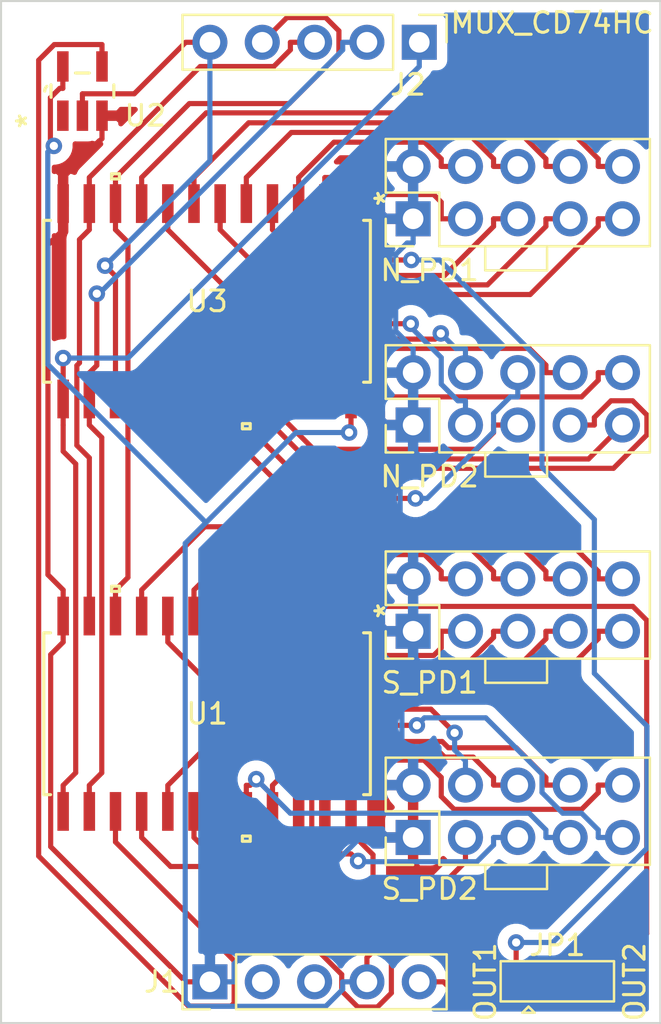
<source format=kicad_pcb>
(kicad_pcb (version 20171130) (host pcbnew "(5.1.6-0-10_14)")

  (general
    (thickness 1.6)
    (drawings 8)
    (tracks 404)
    (zones 0)
    (modules 10)
    (nets 47)
  )

  (page A4)
  (layers
    (0 F.Cu signal hide)
    (31 B.Cu signal hide)
    (32 B.Adhes user)
    (33 F.Adhes user)
    (34 B.Paste user)
    (35 F.Paste user)
    (36 B.SilkS user)
    (37 F.SilkS user)
    (38 B.Mask user)
    (39 F.Mask user)
    (40 Dwgs.User user hide)
    (41 Cmts.User user)
    (42 Eco1.User user)
    (43 Eco2.User user)
    (44 Edge.Cuts user)
    (45 Margin user)
    (46 B.CrtYd user)
    (47 F.CrtYd user)
    (48 B.Fab user)
    (49 F.Fab user hide)
  )

  (setup
    (last_trace_width 0.25)
    (trace_clearance 0.2)
    (zone_clearance 0.508)
    (zone_45_only no)
    (trace_min 0.2)
    (via_size 0.8)
    (via_drill 0.4)
    (via_min_size 0.4)
    (via_min_drill 0.3)
    (uvia_size 0.3)
    (uvia_drill 0.1)
    (uvias_allowed no)
    (uvia_min_size 0.2)
    (uvia_min_drill 0.1)
    (edge_width 0.1)
    (segment_width 0.2)
    (pcb_text_width 0.3)
    (pcb_text_size 1.5 1.5)
    (mod_edge_width 0.15)
    (mod_text_size 1 1)
    (mod_text_width 0.15)
    (pad_size 1.7 1.7)
    (pad_drill 1)
    (pad_to_mask_clearance 0)
    (aux_axis_origin 0 0)
    (visible_elements FFFFFF7F)
    (pcbplotparams
      (layerselection 0x010fc_ffffffff)
      (usegerberextensions true)
      (usegerberattributes true)
      (usegerberadvancedattributes true)
      (creategerberjobfile true)
      (excludeedgelayer true)
      (linewidth 0.100000)
      (plotframeref false)
      (viasonmask false)
      (mode 1)
      (useauxorigin false)
      (hpglpennumber 1)
      (hpglpenspeed 20)
      (hpglpendiameter 15.000000)
      (psnegative false)
      (psa4output false)
      (plotreference true)
      (plotvalue true)
      (plotinvisibletext false)
      (padsonsilk false)
      (subtractmaskfromsilk false)
      (outputformat 1)
      (mirror false)
      (drillshape 0)
      (scaleselection 1)
      (outputdirectory ""))
  )

  (net 0 "")
  (net 1 PD_MUX_OUT)
  (net 2 VCC_LOGIC)
  (net 3 -10V)
  (net 4 +10V)
  (net 5 GND)
  (net 6 ADDRESSA3)
  (net 7 ADDRESSA2)
  (net 8 ADDRESSA1)
  (net 9 ADDRESSA0)
  (net 10 MUX_SELECT)
  (net 11 /PD_MUX_OUT1)
  (net 12 /PD_MUX_OUT2)
  (net 13 N_PD1_OUT1)
  (net 14 N_PD1_OUT2)
  (net 15 N_PD1_OUT3)
  (net 16 N_PD1_OUT4)
  (net 17 N_PD1_OUT5)
  (net 18 N_PD1_OUT6)
  (net 19 N_PD1_OUT7)
  (net 20 N_PD1_OUT8)
  (net 21 N_PD1_OUT16)
  (net 22 N_PD1_OUT15)
  (net 23 N_PD1_OUT14)
  (net 24 N_PD1_OUT13)
  (net 25 N_PD1_OUT12)
  (net 26 N_PD1_OUT10)
  (net 27 N_PD1_OUT11)
  (net 28 N_PD1_OUT9)
  (net 29 S_PD1_OUT8)
  (net 30 S_PD1_OUT7)
  (net 31 S_PD1_OUT6)
  (net 32 S_PD1_OUT5)
  (net 33 S_PD1_OUT4)
  (net 34 S_PD1_OUT3)
  (net 35 S_PD1_OUT2)
  (net 36 S_PD1_OUT1)
  (net 37 S_PD1_OUT9)
  (net 38 S_PD1_OUT11)
  (net 39 S_PD1_OUT10)
  (net 40 S_PD1_OUT12)
  (net 41 S_PD1_OUT13)
  (net 42 S_PD1_OUT14)
  (net 43 S_PD1_OUT15)
  (net 44 S_PD1_OUT16)
  (net 45 /MUX_SELECT_INV)
  (net 46 "Net-(U2-Pad1)")

  (net_class Default "This is the default net class."
    (clearance 0.2)
    (trace_width 0.25)
    (via_dia 0.8)
    (via_drill 0.4)
    (uvia_dia 0.3)
    (uvia_drill 0.1)
    (add_net +10V)
    (add_net -10V)
    (add_net /MUX_SELECT_INV)
    (add_net /PD_MUX_OUT1)
    (add_net /PD_MUX_OUT2)
    (add_net ADDRESSA0)
    (add_net ADDRESSA1)
    (add_net ADDRESSA2)
    (add_net ADDRESSA3)
    (add_net GND)
    (add_net MUX_SELECT)
    (add_net N_PD1_OUT1)
    (add_net N_PD1_OUT10)
    (add_net N_PD1_OUT11)
    (add_net N_PD1_OUT12)
    (add_net N_PD1_OUT13)
    (add_net N_PD1_OUT14)
    (add_net N_PD1_OUT15)
    (add_net N_PD1_OUT16)
    (add_net N_PD1_OUT2)
    (add_net N_PD1_OUT3)
    (add_net N_PD1_OUT4)
    (add_net N_PD1_OUT5)
    (add_net N_PD1_OUT6)
    (add_net N_PD1_OUT7)
    (add_net N_PD1_OUT8)
    (add_net N_PD1_OUT9)
    (add_net "Net-(U2-Pad1)")
    (add_net PD_MUX_OUT)
    (add_net S_PD1_OUT1)
    (add_net S_PD1_OUT10)
    (add_net S_PD1_OUT11)
    (add_net S_PD1_OUT12)
    (add_net S_PD1_OUT13)
    (add_net S_PD1_OUT14)
    (add_net S_PD1_OUT15)
    (add_net S_PD1_OUT16)
    (add_net S_PD1_OUT2)
    (add_net S_PD1_OUT3)
    (add_net S_PD1_OUT4)
    (add_net S_PD1_OUT5)
    (add_net S_PD1_OUT6)
    (add_net S_PD1_OUT7)
    (add_net S_PD1_OUT8)
    (add_net S_PD1_OUT9)
    (add_net VCC_LOGIC)
  )

  (module Pin_Headers:Pin_Header_Straight_1x05_Pitch2.54mm (layer F.Cu) (tedit 59650532) (tstamp 5F59BED9)
    (at 93.138 110 90)
    (descr "Through hole straight pin header, 1x05, 2.54mm pitch, single row")
    (tags "Through hole pin header THT 1x05 2.54mm single row")
    (path /5F5911C1)
    (fp_text reference J1 (at 0 -2.33 180) (layer F.SilkS)
      (effects (font (size 1 1) (thickness 0.15)))
    )
    (fp_text value Conn_01x05_Male (at 0 12.49 90) (layer F.Fab)
      (effects (font (size 1 1) (thickness 0.15)))
    )
    (fp_line (start 1.8 -1.8) (end -1.8 -1.8) (layer F.CrtYd) (width 0.05))
    (fp_line (start 1.8 11.95) (end 1.8 -1.8) (layer F.CrtYd) (width 0.05))
    (fp_line (start -1.8 11.95) (end 1.8 11.95) (layer F.CrtYd) (width 0.05))
    (fp_line (start -1.8 -1.8) (end -1.8 11.95) (layer F.CrtYd) (width 0.05))
    (fp_line (start -1.33 -1.33) (end 0 -1.33) (layer F.SilkS) (width 0.12))
    (fp_line (start -1.33 0) (end -1.33 -1.33) (layer F.SilkS) (width 0.12))
    (fp_line (start -1.33 1.27) (end 1.33 1.27) (layer F.SilkS) (width 0.12))
    (fp_line (start 1.33 1.27) (end 1.33 11.49) (layer F.SilkS) (width 0.12))
    (fp_line (start -1.33 1.27) (end -1.33 11.49) (layer F.SilkS) (width 0.12))
    (fp_line (start -1.33 11.49) (end 1.33 11.49) (layer F.SilkS) (width 0.12))
    (fp_line (start -1.27 -0.635) (end -0.635 -1.27) (layer F.Fab) (width 0.1))
    (fp_line (start -1.27 11.43) (end -1.27 -0.635) (layer F.Fab) (width 0.1))
    (fp_line (start 1.27 11.43) (end -1.27 11.43) (layer F.Fab) (width 0.1))
    (fp_line (start 1.27 -1.27) (end 1.27 11.43) (layer F.Fab) (width 0.1))
    (fp_line (start -0.635 -1.27) (end 1.27 -1.27) (layer F.Fab) (width 0.1))
    (fp_text user %R (at 0 5.08) (layer F.Fab)
      (effects (font (size 1 1) (thickness 0.15)))
    )
    (pad 5 thru_hole oval (at 0 10.16 90) (size 1.7 1.7) (drill 1) (layers *.Cu *.Mask)
      (net 1 PD_MUX_OUT))
    (pad 4 thru_hole oval (at 0 7.62 90) (size 1.7 1.7) (drill 1) (layers *.Cu *.Mask)
      (net 2 VCC_LOGIC))
    (pad 3 thru_hole oval (at 0 5.08 90) (size 1.7 1.7) (drill 1) (layers *.Cu *.Mask)
      (net 3 -10V))
    (pad 2 thru_hole oval (at 0 2.54 90) (size 1.7 1.7) (drill 1) (layers *.Cu *.Mask)
      (net 4 +10V))
    (pad 1 thru_hole rect (at 0 0 90) (size 1.7 1.7) (drill 1) (layers *.Cu *.Mask)
      (net 5 GND))
    (model ${KISYS3DMOD}/Pin_Headers.3dshapes/Pin_Header_Straight_1x05_Pitch2.54mm.wrl
      (at (xyz 0 0 0))
      (scale (xyz 1 1 1))
      (rotate (xyz 0 0 0))
    )
  )

  (module Pin_Headers:Pin_Header_Straight_1x05_Pitch2.54mm (layer F.Cu) (tedit 59650532) (tstamp 5F59BEF2)
    (at 103.298 64.44 270)
    (descr "Through hole straight pin header, 1x05, 2.54mm pitch, single row")
    (tags "Through hole pin header THT 1x05 2.54mm single row")
    (path /5F591C37)
    (fp_text reference J2 (at 2.06 0.548 180) (layer F.SilkS)
      (effects (font (size 1 1) (thickness 0.15)))
    )
    (fp_text value Conn_01x05_Male (at 0 12.49 90) (layer F.Fab)
      (effects (font (size 1 1) (thickness 0.15)))
    )
    (fp_line (start -0.635 -1.27) (end 1.27 -1.27) (layer F.Fab) (width 0.1))
    (fp_line (start 1.27 -1.27) (end 1.27 11.43) (layer F.Fab) (width 0.1))
    (fp_line (start 1.27 11.43) (end -1.27 11.43) (layer F.Fab) (width 0.1))
    (fp_line (start -1.27 11.43) (end -1.27 -0.635) (layer F.Fab) (width 0.1))
    (fp_line (start -1.27 -0.635) (end -0.635 -1.27) (layer F.Fab) (width 0.1))
    (fp_line (start -1.33 11.49) (end 1.33 11.49) (layer F.SilkS) (width 0.12))
    (fp_line (start -1.33 1.27) (end -1.33 11.49) (layer F.SilkS) (width 0.12))
    (fp_line (start 1.33 1.27) (end 1.33 11.49) (layer F.SilkS) (width 0.12))
    (fp_line (start -1.33 1.27) (end 1.33 1.27) (layer F.SilkS) (width 0.12))
    (fp_line (start -1.33 0) (end -1.33 -1.33) (layer F.SilkS) (width 0.12))
    (fp_line (start -1.33 -1.33) (end 0 -1.33) (layer F.SilkS) (width 0.12))
    (fp_line (start -1.8 -1.8) (end -1.8 11.95) (layer F.CrtYd) (width 0.05))
    (fp_line (start -1.8 11.95) (end 1.8 11.95) (layer F.CrtYd) (width 0.05))
    (fp_line (start 1.8 11.95) (end 1.8 -1.8) (layer F.CrtYd) (width 0.05))
    (fp_line (start 1.8 -1.8) (end -1.8 -1.8) (layer F.CrtYd) (width 0.05))
    (fp_text user %R (at 0 5.08) (layer F.Fab)
      (effects (font (size 1 1) (thickness 0.15)))
    )
    (pad 1 thru_hole rect (at 0 0 270) (size 1.7 1.7) (drill 1) (layers *.Cu *.Mask)
      (net 6 ADDRESSA3))
    (pad 2 thru_hole oval (at 0 2.54 270) (size 1.7 1.7) (drill 1) (layers *.Cu *.Mask)
      (net 7 ADDRESSA2))
    (pad 3 thru_hole oval (at 0 5.08 270) (size 1.7 1.7) (drill 1) (layers *.Cu *.Mask)
      (net 8 ADDRESSA1))
    (pad 4 thru_hole oval (at 0 7.62 270) (size 1.7 1.7) (drill 1) (layers *.Cu *.Mask)
      (net 9 ADDRESSA0))
    (pad 5 thru_hole oval (at 0 10.16 270) (size 1.7 1.7) (drill 1) (layers *.Cu *.Mask)
      (net 10 MUX_SELECT))
    (model ${KISYS3DMOD}/Pin_Headers.3dshapes/Pin_Header_Straight_1x05_Pitch2.54mm.wrl
      (at (xyz 0 0 0))
      (scale (xyz 1 1 1))
      (rotate (xyz 0 0 0))
    )
  )

  (module Jumper:SolderJumper-3_P2.0mm_Open_TrianglePad1.0x1.5mm (layer F.Cu) (tedit 5A64803D) (tstamp 5F59BF06)
    (at 110 110)
    (descr "SMD Solder Jumper, 1x1.5mm Triangular Pads, 0.3mm gap, open")
    (tags "solder jumper open")
    (path /5F84900F)
    (attr virtual)
    (fp_text reference JP1 (at 0 -1.775) (layer F.SilkS)
      (effects (font (size 1 1) (thickness 0.15)))
    )
    (fp_text value Jumper_3_Open (at 0.725 1.925) (layer F.Fab)
      (effects (font (size 1 1) (thickness 0.15)))
    )
    (fp_line (start -1.1 1.5) (end -1.4 1.2) (layer F.SilkS) (width 0.12))
    (fp_line (start -1.7 1.5) (end -1.1 1.5) (layer F.SilkS) (width 0.12))
    (fp_line (start -1.4 1.2) (end -1.7 1.5) (layer F.SilkS) (width 0.12))
    (fp_line (start -2.75 0.95) (end -2.75 -1) (layer F.SilkS) (width 0.12))
    (fp_line (start 2.75 0.95) (end -2.75 0.95) (layer F.SilkS) (width 0.12))
    (fp_line (start 2.75 -1) (end 2.75 0.95) (layer F.SilkS) (width 0.12))
    (fp_line (start -2.75 -1) (end 2.75 -1) (layer F.SilkS) (width 0.12))
    (fp_line (start -2.98 -1.27) (end 3 -1.27) (layer F.CrtYd) (width 0.05))
    (fp_line (start -2.98 -1.27) (end -2.98 1.25) (layer F.CrtYd) (width 0.05))
    (fp_line (start 3 1.25) (end 3 -1.27) (layer F.CrtYd) (width 0.05))
    (fp_line (start 3 1.25) (end -2.98 1.25) (layer F.CrtYd) (width 0.05))
    (pad "" smd rect (at 1.2 0) (size 1.5 1.5) (layers F.Mask))
    (pad "" smd rect (at -1.2 0) (size 1.5 1.5) (layers F.Mask))
    (pad 1 smd custom (at -2 0) (size 0.3 0.3) (layers F.Cu F.Mask)
      (net 11 /PD_MUX_OUT1) (zone_connect 2)
      (options (clearance outline) (anchor rect))
      (primitives
        (gr_poly (pts
           (xy -0.5 -0.75) (xy 0.5 -0.75) (xy 1 0) (xy 0.5 0.75) (xy -0.5 0.75)
) (width 0))
      ))
    (pad 2 smd custom (at 0 0) (size 0.3 0.3) (layers F.Cu)
      (net 1 PD_MUX_OUT) (zone_connect 2)
      (options (clearance outline) (anchor rect))
      (primitives
        (gr_poly (pts
           (xy -1.2 -0.75) (xy 1.2 -0.75) (xy 0.7 0) (xy 1.2 0.75) (xy -1.2 0.75)
           (xy -0.7 0)) (width 0))
      ))
    (pad 3 smd custom (at 2 0 180) (size 0.3 0.3) (layers F.Cu F.Mask)
      (net 12 /PD_MUX_OUT2) (zone_connect 2)
      (options (clearance outline) (anchor rect))
      (primitives
        (gr_poly (pts
           (xy -0.5 -0.75) (xy 0.5 -0.75) (xy 1 0) (xy 0.5 0.75) (xy -0.5 0.75)
) (width 0))
      ))
  )

  (module Ninja-qPCR:Con_2x05 (layer F.Cu) (tedit 5F583882) (tstamp 5F59BF29)
    (at 103 73 90)
    (descr "Through hole straight pin header, 2x05, 2.54mm pitch, double rows")
    (tags "Through hole pin header THT 2x05 2.54mm double row")
    (path /5F45F341)
    (fp_text reference N_PD1 (at -2.5 0.8 180) (layer F.SilkS)
      (effects (font (size 1 1) (thickness 0.15)))
    )
    (fp_text value Conn_02x05 (at 1.27 12.49 90) (layer F.Fab)
      (effects (font (size 1 1) (thickness 0.15)))
    )
    (fp_line (start 4.35 -1.8) (end -1.8 -1.8) (layer F.CrtYd) (width 0.05))
    (fp_line (start 4.35 11.95) (end 4.35 -1.8) (layer F.CrtYd) (width 0.05))
    (fp_line (start -1.8 11.95) (end 4.35 11.95) (layer F.CrtYd) (width 0.05))
    (fp_line (start -1.8 -1.8) (end -1.8 11.95) (layer F.CrtYd) (width 0.05))
    (fp_line (start -1.33 -1.33) (end 0 -1.33) (layer F.SilkS) (width 0.12))
    (fp_line (start -1.33 0) (end -1.33 -1.33) (layer F.SilkS) (width 0.12))
    (fp_line (start 1.27 -1.33) (end 3.87 -1.33) (layer F.SilkS) (width 0.12))
    (fp_line (start 1.27 1.27) (end 1.27 -1.33) (layer F.SilkS) (width 0.12))
    (fp_line (start -1.33 1.27) (end 1.27 1.27) (layer F.SilkS) (width 0.12))
    (fp_line (start 3.87 -1.33) (end 3.87 11.49) (layer F.SilkS) (width 0.12))
    (fp_line (start -1.33 1.27) (end -1.33 11.49) (layer F.SilkS) (width 0.12))
    (fp_line (start -1.33 11.49) (end 3.87 11.49) (layer F.SilkS) (width 0.12))
    (fp_line (start -1.27 0) (end 0 -1.27) (layer F.Fab) (width 0.1))
    (fp_line (start -1.27 11.43) (end -1.27 0) (layer F.Fab) (width 0.1))
    (fp_line (start 3.81 11.43) (end -1.27 11.43) (layer F.Fab) (width 0.1))
    (fp_line (start 3.81 -1.27) (end 3.81 11.43) (layer F.Fab) (width 0.1))
    (fp_line (start 0 -1.27) (end 3.81 -1.27) (layer F.Fab) (width 0.1))
    (fp_line (start -1.33 3.5) (end -2.5 3.5) (layer F.SilkS) (width 0.12))
    (fp_line (start -2.5 3.5) (end -2.5 6.5) (layer F.SilkS) (width 0.12))
    (fp_line (start -2.5 6.5) (end -1.33 6.5) (layer F.SilkS) (width 0.12))
    (fp_text user %R (at 1.27 5.08) (layer F.Fab)
      (effects (font (size 1 1) (thickness 0.15)))
    )
    (pad 10 thru_hole oval (at 2.54 10.16 90) (size 1.7 1.7) (drill 1) (layers *.Cu *.Mask)
      (net 13 N_PD1_OUT1))
    (pad 9 thru_hole oval (at 0 10.16 90) (size 1.7 1.7) (drill 1) (layers *.Cu *.Mask)
      (net 14 N_PD1_OUT2))
    (pad 8 thru_hole oval (at 2.54 7.62 90) (size 1.7 1.7) (drill 1) (layers *.Cu *.Mask)
      (net 15 N_PD1_OUT3))
    (pad 7 thru_hole oval (at 0 7.62 90) (size 1.7 1.7) (drill 1) (layers *.Cu *.Mask)
      (net 16 N_PD1_OUT4))
    (pad 6 thru_hole oval (at 2.54 5.08 90) (size 1.7 1.7) (drill 1) (layers *.Cu *.Mask)
      (net 17 N_PD1_OUT5))
    (pad 5 thru_hole oval (at 0 5.08 90) (size 1.7 1.7) (drill 1) (layers *.Cu *.Mask)
      (net 18 N_PD1_OUT6))
    (pad 4 thru_hole oval (at 2.54 2.54 90) (size 1.7 1.7) (drill 1) (layers *.Cu *.Mask)
      (net 19 N_PD1_OUT7))
    (pad 3 thru_hole oval (at 0 2.54 90) (size 1.7 1.7) (drill 1) (layers *.Cu *.Mask)
      (net 20 N_PD1_OUT8))
    (pad 2 thru_hole oval (at 2.54 0 90) (size 1.7 1.7) (drill 1) (layers *.Cu *.Mask)
      (net 5 GND))
    (pad 1 thru_hole rect (at 0 0 90) (size 1.7 1.7) (drill 1) (layers *.Cu *.Mask)
      (net 5 GND))
    (model ${KISYS3DMOD}/Pin_Headers.3dshapes/Pin_Header_Straight_2x05_Pitch2.54mm.wrl
      (at (xyz 0 0 0))
      (scale (xyz 1 1 1))
      (rotate (xyz 0 0 0))
    )
  )

  (module Ninja-qPCR:Con_2x05 (layer F.Cu) (tedit 5F583882) (tstamp 5F59BF4C)
    (at 103 83 90)
    (descr "Through hole straight pin header, 2x05, 2.54mm pitch, double rows")
    (tags "Through hole pin header THT 2x05 2.54mm double row")
    (path /5F46510A)
    (fp_text reference N_PD2 (at -2.5 0.8 180) (layer F.SilkS)
      (effects (font (size 1 1) (thickness 0.15)))
    )
    (fp_text value Conn_02x05 (at 1.27 12.49 90) (layer F.Fab)
      (effects (font (size 1 1) (thickness 0.15)))
    )
    (fp_line (start -2.5 6.5) (end -1.33 6.5) (layer F.SilkS) (width 0.12))
    (fp_line (start -2.5 3.5) (end -2.5 6.5) (layer F.SilkS) (width 0.12))
    (fp_line (start -1.33 3.5) (end -2.5 3.5) (layer F.SilkS) (width 0.12))
    (fp_line (start 0 -1.27) (end 3.81 -1.27) (layer F.Fab) (width 0.1))
    (fp_line (start 3.81 -1.27) (end 3.81 11.43) (layer F.Fab) (width 0.1))
    (fp_line (start 3.81 11.43) (end -1.27 11.43) (layer F.Fab) (width 0.1))
    (fp_line (start -1.27 11.43) (end -1.27 0) (layer F.Fab) (width 0.1))
    (fp_line (start -1.27 0) (end 0 -1.27) (layer F.Fab) (width 0.1))
    (fp_line (start -1.33 11.49) (end 3.87 11.49) (layer F.SilkS) (width 0.12))
    (fp_line (start -1.33 1.27) (end -1.33 11.49) (layer F.SilkS) (width 0.12))
    (fp_line (start 3.87 -1.33) (end 3.87 11.49) (layer F.SilkS) (width 0.12))
    (fp_line (start -1.33 1.27) (end 1.27 1.27) (layer F.SilkS) (width 0.12))
    (fp_line (start 1.27 1.27) (end 1.27 -1.33) (layer F.SilkS) (width 0.12))
    (fp_line (start 1.27 -1.33) (end 3.87 -1.33) (layer F.SilkS) (width 0.12))
    (fp_line (start -1.33 0) (end -1.33 -1.33) (layer F.SilkS) (width 0.12))
    (fp_line (start -1.33 -1.33) (end 0 -1.33) (layer F.SilkS) (width 0.12))
    (fp_line (start -1.8 -1.8) (end -1.8 11.95) (layer F.CrtYd) (width 0.05))
    (fp_line (start -1.8 11.95) (end 4.35 11.95) (layer F.CrtYd) (width 0.05))
    (fp_line (start 4.35 11.95) (end 4.35 -1.8) (layer F.CrtYd) (width 0.05))
    (fp_line (start 4.35 -1.8) (end -1.8 -1.8) (layer F.CrtYd) (width 0.05))
    (fp_text user %R (at 1.27 5.08) (layer F.Fab)
      (effects (font (size 1 1) (thickness 0.15)))
    )
    (pad 1 thru_hole rect (at 0 0 90) (size 1.7 1.7) (drill 1) (layers *.Cu *.Mask)
      (net 5 GND))
    (pad 2 thru_hole oval (at 2.54 0 90) (size 1.7 1.7) (drill 1) (layers *.Cu *.Mask)
      (net 5 GND))
    (pad 3 thru_hole oval (at 0 2.54 90) (size 1.7 1.7) (drill 1) (layers *.Cu *.Mask)
      (net 21 N_PD1_OUT16))
    (pad 4 thru_hole oval (at 2.54 2.54 90) (size 1.7 1.7) (drill 1) (layers *.Cu *.Mask)
      (net 22 N_PD1_OUT15))
    (pad 5 thru_hole oval (at 0 5.08 90) (size 1.7 1.7) (drill 1) (layers *.Cu *.Mask)
      (net 23 N_PD1_OUT14))
    (pad 6 thru_hole oval (at 2.54 5.08 90) (size 1.7 1.7) (drill 1) (layers *.Cu *.Mask)
      (net 24 N_PD1_OUT13))
    (pad 7 thru_hole oval (at 0 7.62 90) (size 1.7 1.7) (drill 1) (layers *.Cu *.Mask)
      (net 25 N_PD1_OUT12))
    (pad 8 thru_hole oval (at 2.54 7.62 90) (size 1.7 1.7) (drill 1) (layers *.Cu *.Mask)
      (net 26 N_PD1_OUT10))
    (pad 9 thru_hole oval (at 0 10.16 90) (size 1.7 1.7) (drill 1) (layers *.Cu *.Mask)
      (net 27 N_PD1_OUT11))
    (pad 10 thru_hole oval (at 2.54 10.16 90) (size 1.7 1.7) (drill 1) (layers *.Cu *.Mask)
      (net 28 N_PD1_OUT9))
    (model ${KISYS3DMOD}/Pin_Headers.3dshapes/Pin_Header_Straight_2x05_Pitch2.54mm.wrl
      (at (xyz 0 0 0))
      (scale (xyz 1 1 1))
      (rotate (xyz 0 0 0))
    )
  )

  (module Ninja-qPCR:Con_2x05 (layer F.Cu) (tedit 5F583882) (tstamp 5F59BF6F)
    (at 103 93 90)
    (descr "Through hole straight pin header, 2x05, 2.54mm pitch, double rows")
    (tags "Through hole pin header THT 2x05 2.54mm double row")
    (path /5F4685F1)
    (fp_text reference S_PD1 (at -2.5 0.8 180) (layer F.SilkS)
      (effects (font (size 1 1) (thickness 0.15)))
    )
    (fp_text value Conn_02x05 (at 1.27 12.49 90) (layer F.Fab)
      (effects (font (size 1 1) (thickness 0.15)))
    )
    (fp_line (start -2.5 6.5) (end -1.33 6.5) (layer F.SilkS) (width 0.12))
    (fp_line (start -2.5 3.5) (end -2.5 6.5) (layer F.SilkS) (width 0.12))
    (fp_line (start -1.33 3.5) (end -2.5 3.5) (layer F.SilkS) (width 0.12))
    (fp_line (start 0 -1.27) (end 3.81 -1.27) (layer F.Fab) (width 0.1))
    (fp_line (start 3.81 -1.27) (end 3.81 11.43) (layer F.Fab) (width 0.1))
    (fp_line (start 3.81 11.43) (end -1.27 11.43) (layer F.Fab) (width 0.1))
    (fp_line (start -1.27 11.43) (end -1.27 0) (layer F.Fab) (width 0.1))
    (fp_line (start -1.27 0) (end 0 -1.27) (layer F.Fab) (width 0.1))
    (fp_line (start -1.33 11.49) (end 3.87 11.49) (layer F.SilkS) (width 0.12))
    (fp_line (start -1.33 1.27) (end -1.33 11.49) (layer F.SilkS) (width 0.12))
    (fp_line (start 3.87 -1.33) (end 3.87 11.49) (layer F.SilkS) (width 0.12))
    (fp_line (start -1.33 1.27) (end 1.27 1.27) (layer F.SilkS) (width 0.12))
    (fp_line (start 1.27 1.27) (end 1.27 -1.33) (layer F.SilkS) (width 0.12))
    (fp_line (start 1.27 -1.33) (end 3.87 -1.33) (layer F.SilkS) (width 0.12))
    (fp_line (start -1.33 0) (end -1.33 -1.33) (layer F.SilkS) (width 0.12))
    (fp_line (start -1.33 -1.33) (end 0 -1.33) (layer F.SilkS) (width 0.12))
    (fp_line (start -1.8 -1.8) (end -1.8 11.95) (layer F.CrtYd) (width 0.05))
    (fp_line (start -1.8 11.95) (end 4.35 11.95) (layer F.CrtYd) (width 0.05))
    (fp_line (start 4.35 11.95) (end 4.35 -1.8) (layer F.CrtYd) (width 0.05))
    (fp_line (start 4.35 -1.8) (end -1.8 -1.8) (layer F.CrtYd) (width 0.05))
    (fp_text user %R (at 1.27 5.08) (layer F.Fab)
      (effects (font (size 1 1) (thickness 0.15)))
    )
    (pad 1 thru_hole rect (at 0 0 90) (size 1.7 1.7) (drill 1) (layers *.Cu *.Mask)
      (net 5 GND))
    (pad 2 thru_hole oval (at 2.54 0 90) (size 1.7 1.7) (drill 1) (layers *.Cu *.Mask)
      (net 5 GND))
    (pad 3 thru_hole oval (at 0 2.54 90) (size 1.7 1.7) (drill 1) (layers *.Cu *.Mask)
      (net 29 S_PD1_OUT8))
    (pad 4 thru_hole oval (at 2.54 2.54 90) (size 1.7 1.7) (drill 1) (layers *.Cu *.Mask)
      (net 30 S_PD1_OUT7))
    (pad 5 thru_hole oval (at 0 5.08 90) (size 1.7 1.7) (drill 1) (layers *.Cu *.Mask)
      (net 31 S_PD1_OUT6))
    (pad 6 thru_hole oval (at 2.54 5.08 90) (size 1.7 1.7) (drill 1) (layers *.Cu *.Mask)
      (net 32 S_PD1_OUT5))
    (pad 7 thru_hole oval (at 0 7.62 90) (size 1.7 1.7) (drill 1) (layers *.Cu *.Mask)
      (net 33 S_PD1_OUT4))
    (pad 8 thru_hole oval (at 2.54 7.62 90) (size 1.7 1.7) (drill 1) (layers *.Cu *.Mask)
      (net 34 S_PD1_OUT3))
    (pad 9 thru_hole oval (at 0 10.16 90) (size 1.7 1.7) (drill 1) (layers *.Cu *.Mask)
      (net 35 S_PD1_OUT2))
    (pad 10 thru_hole oval (at 2.54 10.16 90) (size 1.7 1.7) (drill 1) (layers *.Cu *.Mask)
      (net 36 S_PD1_OUT1))
    (model ${KISYS3DMOD}/Pin_Headers.3dshapes/Pin_Header_Straight_2x05_Pitch2.54mm.wrl
      (at (xyz 0 0 0))
      (scale (xyz 1 1 1))
      (rotate (xyz 0 0 0))
    )
  )

  (module Ninja-qPCR:Con_2x05 (layer F.Cu) (tedit 5F583882) (tstamp 5F59BF92)
    (at 103 103 90)
    (descr "Through hole straight pin header, 2x05, 2.54mm pitch, double rows")
    (tags "Through hole pin header THT 2x05 2.54mm double row")
    (path /5F46860B)
    (fp_text reference S_PD2 (at -2.5 0.8 180) (layer F.SilkS)
      (effects (font (size 1 1) (thickness 0.15)))
    )
    (fp_text value Conn_02x05 (at 1.27 12.49 90) (layer F.Fab)
      (effects (font (size 1 1) (thickness 0.15)))
    )
    (fp_line (start 4.35 -1.8) (end -1.8 -1.8) (layer F.CrtYd) (width 0.05))
    (fp_line (start 4.35 11.95) (end 4.35 -1.8) (layer F.CrtYd) (width 0.05))
    (fp_line (start -1.8 11.95) (end 4.35 11.95) (layer F.CrtYd) (width 0.05))
    (fp_line (start -1.8 -1.8) (end -1.8 11.95) (layer F.CrtYd) (width 0.05))
    (fp_line (start -1.33 -1.33) (end 0 -1.33) (layer F.SilkS) (width 0.12))
    (fp_line (start -1.33 0) (end -1.33 -1.33) (layer F.SilkS) (width 0.12))
    (fp_line (start 1.27 -1.33) (end 3.87 -1.33) (layer F.SilkS) (width 0.12))
    (fp_line (start 1.27 1.27) (end 1.27 -1.33) (layer F.SilkS) (width 0.12))
    (fp_line (start -1.33 1.27) (end 1.27 1.27) (layer F.SilkS) (width 0.12))
    (fp_line (start 3.87 -1.33) (end 3.87 11.49) (layer F.SilkS) (width 0.12))
    (fp_line (start -1.33 1.27) (end -1.33 11.49) (layer F.SilkS) (width 0.12))
    (fp_line (start -1.33 11.49) (end 3.87 11.49) (layer F.SilkS) (width 0.12))
    (fp_line (start -1.27 0) (end 0 -1.27) (layer F.Fab) (width 0.1))
    (fp_line (start -1.27 11.43) (end -1.27 0) (layer F.Fab) (width 0.1))
    (fp_line (start 3.81 11.43) (end -1.27 11.43) (layer F.Fab) (width 0.1))
    (fp_line (start 3.81 -1.27) (end 3.81 11.43) (layer F.Fab) (width 0.1))
    (fp_line (start 0 -1.27) (end 3.81 -1.27) (layer F.Fab) (width 0.1))
    (fp_line (start -1.33 3.5) (end -2.5 3.5) (layer F.SilkS) (width 0.12))
    (fp_line (start -2.5 3.5) (end -2.5 6.5) (layer F.SilkS) (width 0.12))
    (fp_line (start -2.5 6.5) (end -1.33 6.5) (layer F.SilkS) (width 0.12))
    (fp_text user %R (at 1.27 5.08) (layer F.Fab)
      (effects (font (size 1 1) (thickness 0.15)))
    )
    (pad 10 thru_hole oval (at 2.54 10.16 90) (size 1.7 1.7) (drill 1) (layers *.Cu *.Mask)
      (net 37 S_PD1_OUT9))
    (pad 9 thru_hole oval (at 0 10.16 90) (size 1.7 1.7) (drill 1) (layers *.Cu *.Mask)
      (net 38 S_PD1_OUT11))
    (pad 8 thru_hole oval (at 2.54 7.62 90) (size 1.7 1.7) (drill 1) (layers *.Cu *.Mask)
      (net 39 S_PD1_OUT10))
    (pad 7 thru_hole oval (at 0 7.62 90) (size 1.7 1.7) (drill 1) (layers *.Cu *.Mask)
      (net 40 S_PD1_OUT12))
    (pad 6 thru_hole oval (at 2.54 5.08 90) (size 1.7 1.7) (drill 1) (layers *.Cu *.Mask)
      (net 41 S_PD1_OUT13))
    (pad 5 thru_hole oval (at 0 5.08 90) (size 1.7 1.7) (drill 1) (layers *.Cu *.Mask)
      (net 42 S_PD1_OUT14))
    (pad 4 thru_hole oval (at 2.54 2.54 90) (size 1.7 1.7) (drill 1) (layers *.Cu *.Mask)
      (net 43 S_PD1_OUT15))
    (pad 3 thru_hole oval (at 0 2.54 90) (size 1.7 1.7) (drill 1) (layers *.Cu *.Mask)
      (net 44 S_PD1_OUT16))
    (pad 2 thru_hole oval (at 2.54 0 90) (size 1.7 1.7) (drill 1) (layers *.Cu *.Mask)
      (net 5 GND))
    (pad 1 thru_hole rect (at 0 0 90) (size 1.7 1.7) (drill 1) (layers *.Cu *.Mask)
      (net 5 GND))
    (model ${KISYS3DMOD}/Pin_Headers.3dshapes/Pin_Header_Straight_2x05_Pitch2.54mm.wrl
      (at (xyz 0 0 0))
      (scale (xyz 1 1 1))
      (rotate (xyz 0 0 0))
    )
  )

  (module Ninja-qPCR:CD74HC4067M96 (layer F.Cu) (tedit 0) (tstamp 5F59C036)
    (at 93 97 270)
    (path /5F5A16BB)
    (fp_text reference U1 (at 0 0 180) (layer F.SilkS)
      (effects (font (size 1 1) (thickness 0.15)))
    )
    (fp_text value CD74HC4067M96 (at 0 0 90) (layer F.SilkS) hide
      (effects (font (size 1 1) (thickness 0.15)))
    )
    (fp_line (start -4.0513 7.5184) (end -5.9309 7.5184) (layer F.CrtYd) (width 0.1524))
    (fp_line (start -4.0513 8.0518) (end -4.0513 7.5184) (layer F.CrtYd) (width 0.1524))
    (fp_line (start 4.0513 8.0518) (end -4.0513 8.0518) (layer F.CrtYd) (width 0.1524))
    (fp_line (start 4.0513 7.5184) (end 4.0513 8.0518) (layer F.CrtYd) (width 0.1524))
    (fp_line (start 5.9309 7.5184) (end 4.0513 7.5184) (layer F.CrtYd) (width 0.1524))
    (fp_line (start 5.9309 -7.5184) (end 5.9309 7.5184) (layer F.CrtYd) (width 0.1524))
    (fp_line (start 4.0513 -7.5184) (end 5.9309 -7.5184) (layer F.CrtYd) (width 0.1524))
    (fp_line (start 4.0513 -8.0518) (end 4.0513 -7.5184) (layer F.CrtYd) (width 0.1524))
    (fp_line (start -4.0513 -8.0518) (end 4.0513 -8.0518) (layer F.CrtYd) (width 0.1524))
    (fp_line (start -4.0513 -7.5184) (end -4.0513 -8.0518) (layer F.CrtYd) (width 0.1524))
    (fp_line (start -5.9309 -7.5184) (end -4.0513 -7.5184) (layer F.CrtYd) (width 0.1524))
    (fp_line (start -5.9309 7.5184) (end -5.9309 -7.5184) (layer F.CrtYd) (width 0.1524))
    (fp_line (start 5.9309 -2.0955) (end 6.1849 -2.0955) (layer F.SilkS) (width 0.1524))
    (fp_line (start 5.9309 -1.7145) (end 5.9309 -2.0955) (layer F.SilkS) (width 0.1524))
    (fp_line (start 6.1849 -1.7145) (end 5.9309 -1.7145) (layer F.SilkS) (width 0.1524))
    (fp_line (start 6.1849 -2.0955) (end 6.1849 -1.7145) (layer F.SilkS) (width 0.1524))
    (fp_line (start -5.9309 4.2545) (end -6.1849 4.2545) (layer F.SilkS) (width 0.1524))
    (fp_line (start -5.9309 4.6355) (end -5.9309 4.2545) (layer F.SilkS) (width 0.1524))
    (fp_line (start -6.1849 4.6355) (end -5.9309 4.6355) (layer F.SilkS) (width 0.1524))
    (fp_line (start -6.1849 4.2545) (end -6.1849 4.6355) (layer F.SilkS) (width 0.1524))
    (fp_line (start 3.9243 -7.59714) (end 3.9243 -7.9248) (layer F.SilkS) (width 0.1524))
    (fp_line (start -3.9243 7.59714) (end -3.9243 7.9248) (layer F.SilkS) (width 0.1524))
    (fp_line (start -3.7973 -7.7978) (end -3.7973 7.7978) (layer F.Fab) (width 0.1524))
    (fp_line (start 3.7973 -7.7978) (end -3.7973 -7.7978) (layer F.Fab) (width 0.1524))
    (fp_line (start 3.7973 7.7978) (end 3.7973 -7.7978) (layer F.Fab) (width 0.1524))
    (fp_line (start -3.7973 7.7978) (end 3.7973 7.7978) (layer F.Fab) (width 0.1524))
    (fp_line (start -3.9243 -7.9248) (end -3.9243 -7.59714) (layer F.SilkS) (width 0.1524))
    (fp_line (start 3.9243 -7.9248) (end -3.9243 -7.9248) (layer F.SilkS) (width 0.1524))
    (fp_line (start 3.9243 7.9248) (end 3.9243 7.59714) (layer F.SilkS) (width 0.1524))
    (fp_line (start -3.9243 7.9248) (end 3.9243 7.9248) (layer F.SilkS) (width 0.1524))
    (fp_line (start 5.3213 -7.239) (end 3.7973 -7.239) (layer F.Fab) (width 0.1524))
    (fp_line (start 5.3213 -6.731) (end 5.3213 -7.239) (layer F.Fab) (width 0.1524))
    (fp_line (start 3.7973 -6.731) (end 5.3213 -6.731) (layer F.Fab) (width 0.1524))
    (fp_line (start 3.7973 -7.239) (end 3.7973 -6.731) (layer F.Fab) (width 0.1524))
    (fp_line (start 5.3213 -5.969) (end 3.7973 -5.969) (layer F.Fab) (width 0.1524))
    (fp_line (start 5.3213 -5.461) (end 5.3213 -5.969) (layer F.Fab) (width 0.1524))
    (fp_line (start 3.7973 -5.461) (end 5.3213 -5.461) (layer F.Fab) (width 0.1524))
    (fp_line (start 3.7973 -5.969) (end 3.7973 -5.461) (layer F.Fab) (width 0.1524))
    (fp_line (start 5.3213 -4.699) (end 3.7973 -4.699) (layer F.Fab) (width 0.1524))
    (fp_line (start 5.3213 -4.191) (end 5.3213 -4.699) (layer F.Fab) (width 0.1524))
    (fp_line (start 3.7973 -4.191) (end 5.3213 -4.191) (layer F.Fab) (width 0.1524))
    (fp_line (start 3.7973 -4.699) (end 3.7973 -4.191) (layer F.Fab) (width 0.1524))
    (fp_line (start 5.3213 -3.429) (end 3.7973 -3.429) (layer F.Fab) (width 0.1524))
    (fp_line (start 5.3213 -2.921) (end 5.3213 -3.429) (layer F.Fab) (width 0.1524))
    (fp_line (start 3.7973 -2.921) (end 5.3213 -2.921) (layer F.Fab) (width 0.1524))
    (fp_line (start 3.7973 -3.429) (end 3.7973 -2.921) (layer F.Fab) (width 0.1524))
    (fp_line (start 5.3213 -2.159) (end 3.7973 -2.159) (layer F.Fab) (width 0.1524))
    (fp_line (start 5.3213 -1.651) (end 5.3213 -2.159) (layer F.Fab) (width 0.1524))
    (fp_line (start 3.7973 -1.651) (end 5.3213 -1.651) (layer F.Fab) (width 0.1524))
    (fp_line (start 3.7973 -2.159) (end 3.7973 -1.651) (layer F.Fab) (width 0.1524))
    (fp_line (start 5.3213 -0.889) (end 3.7973 -0.889) (layer F.Fab) (width 0.1524))
    (fp_line (start 5.3213 -0.381) (end 5.3213 -0.889) (layer F.Fab) (width 0.1524))
    (fp_line (start 3.7973 -0.381) (end 5.3213 -0.381) (layer F.Fab) (width 0.1524))
    (fp_line (start 3.7973 -0.889) (end 3.7973 -0.381) (layer F.Fab) (width 0.1524))
    (fp_line (start 5.3213 0.381) (end 3.7973 0.381) (layer F.Fab) (width 0.1524))
    (fp_line (start 5.3213 0.889) (end 5.3213 0.381) (layer F.Fab) (width 0.1524))
    (fp_line (start 3.7973 0.889) (end 5.3213 0.889) (layer F.Fab) (width 0.1524))
    (fp_line (start 3.7973 0.381) (end 3.7973 0.889) (layer F.Fab) (width 0.1524))
    (fp_line (start 5.3213 1.651) (end 3.7973 1.651) (layer F.Fab) (width 0.1524))
    (fp_line (start 5.3213 2.159) (end 5.3213 1.651) (layer F.Fab) (width 0.1524))
    (fp_line (start 3.7973 2.159) (end 5.3213 2.159) (layer F.Fab) (width 0.1524))
    (fp_line (start 3.7973 1.651) (end 3.7973 2.159) (layer F.Fab) (width 0.1524))
    (fp_line (start 5.3213 2.921) (end 3.7973 2.921) (layer F.Fab) (width 0.1524))
    (fp_line (start 5.3213 3.429) (end 5.3213 2.921) (layer F.Fab) (width 0.1524))
    (fp_line (start 3.7973 3.429) (end 5.3213 3.429) (layer F.Fab) (width 0.1524))
    (fp_line (start 3.7973 2.921) (end 3.7973 3.429) (layer F.Fab) (width 0.1524))
    (fp_line (start 5.3213 4.191) (end 3.7973 4.191) (layer F.Fab) (width 0.1524))
    (fp_line (start 5.3213 4.699) (end 5.3213 4.191) (layer F.Fab) (width 0.1524))
    (fp_line (start 3.7973 4.699) (end 5.3213 4.699) (layer F.Fab) (width 0.1524))
    (fp_line (start 3.7973 4.191) (end 3.7973 4.699) (layer F.Fab) (width 0.1524))
    (fp_line (start 5.3213 5.461) (end 3.7973 5.461) (layer F.Fab) (width 0.1524))
    (fp_line (start 5.3213 5.969) (end 5.3213 5.461) (layer F.Fab) (width 0.1524))
    (fp_line (start 3.7973 5.969) (end 5.3213 5.969) (layer F.Fab) (width 0.1524))
    (fp_line (start 3.7973 5.461) (end 3.7973 5.969) (layer F.Fab) (width 0.1524))
    (fp_line (start 5.3213 6.731) (end 3.7973 6.731) (layer F.Fab) (width 0.1524))
    (fp_line (start 5.3213 7.239) (end 5.3213 6.731) (layer F.Fab) (width 0.1524))
    (fp_line (start 3.7973 7.239) (end 5.3213 7.239) (layer F.Fab) (width 0.1524))
    (fp_line (start 3.7973 6.731) (end 3.7973 7.239) (layer F.Fab) (width 0.1524))
    (fp_line (start -5.3213 7.239) (end -3.7973 7.239) (layer F.Fab) (width 0.1524))
    (fp_line (start -5.3213 6.731) (end -5.3213 7.239) (layer F.Fab) (width 0.1524))
    (fp_line (start -3.7973 6.731) (end -5.3213 6.731) (layer F.Fab) (width 0.1524))
    (fp_line (start -3.7973 7.239) (end -3.7973 6.731) (layer F.Fab) (width 0.1524))
    (fp_line (start -5.3213 5.969) (end -3.7973 5.969) (layer F.Fab) (width 0.1524))
    (fp_line (start -5.3213 5.461) (end -5.3213 5.969) (layer F.Fab) (width 0.1524))
    (fp_line (start -3.7973 5.461) (end -5.3213 5.461) (layer F.Fab) (width 0.1524))
    (fp_line (start -3.7973 5.969) (end -3.7973 5.461) (layer F.Fab) (width 0.1524))
    (fp_line (start -5.3213 4.699) (end -3.7973 4.699) (layer F.Fab) (width 0.1524))
    (fp_line (start -5.3213 4.191) (end -5.3213 4.699) (layer F.Fab) (width 0.1524))
    (fp_line (start -3.7973 4.191) (end -5.3213 4.191) (layer F.Fab) (width 0.1524))
    (fp_line (start -3.7973 4.699) (end -3.7973 4.191) (layer F.Fab) (width 0.1524))
    (fp_line (start -5.3213 3.429) (end -3.7973 3.429) (layer F.Fab) (width 0.1524))
    (fp_line (start -5.3213 2.921) (end -5.3213 3.429) (layer F.Fab) (width 0.1524))
    (fp_line (start -3.7973 2.921) (end -5.3213 2.921) (layer F.Fab) (width 0.1524))
    (fp_line (start -3.7973 3.429) (end -3.7973 2.921) (layer F.Fab) (width 0.1524))
    (fp_line (start -5.3213 2.159) (end -3.7973 2.159) (layer F.Fab) (width 0.1524))
    (fp_line (start -5.3213 1.651) (end -5.3213 2.159) (layer F.Fab) (width 0.1524))
    (fp_line (start -3.7973 1.651) (end -5.3213 1.651) (layer F.Fab) (width 0.1524))
    (fp_line (start -3.7973 2.159) (end -3.7973 1.651) (layer F.Fab) (width 0.1524))
    (fp_line (start -5.3213 0.889) (end -3.7973 0.889) (layer F.Fab) (width 0.1524))
    (fp_line (start -5.3213 0.381) (end -5.3213 0.889) (layer F.Fab) (width 0.1524))
    (fp_line (start -3.7973 0.381) (end -5.3213 0.381) (layer F.Fab) (width 0.1524))
    (fp_line (start -3.7973 0.889) (end -3.7973 0.381) (layer F.Fab) (width 0.1524))
    (fp_line (start -5.3213 -0.381) (end -3.7973 -0.381) (layer F.Fab) (width 0.1524))
    (fp_line (start -5.3213 -0.889) (end -5.3213 -0.381) (layer F.Fab) (width 0.1524))
    (fp_line (start -3.7973 -0.889) (end -5.3213 -0.889) (layer F.Fab) (width 0.1524))
    (fp_line (start -3.7973 -0.381) (end -3.7973 -0.889) (layer F.Fab) (width 0.1524))
    (fp_line (start -5.3213 -1.651) (end -3.7973 -1.651) (layer F.Fab) (width 0.1524))
    (fp_line (start -5.3213 -2.159) (end -5.3213 -1.651) (layer F.Fab) (width 0.1524))
    (fp_line (start -3.7973 -2.159) (end -5.3213 -2.159) (layer F.Fab) (width 0.1524))
    (fp_line (start -3.7973 -1.651) (end -3.7973 -2.159) (layer F.Fab) (width 0.1524))
    (fp_line (start -5.3213 -2.921) (end -3.7973 -2.921) (layer F.Fab) (width 0.1524))
    (fp_line (start -5.3213 -3.429) (end -5.3213 -2.921) (layer F.Fab) (width 0.1524))
    (fp_line (start -3.7973 -3.429) (end -5.3213 -3.429) (layer F.Fab) (width 0.1524))
    (fp_line (start -3.7973 -2.921) (end -3.7973 -3.429) (layer F.Fab) (width 0.1524))
    (fp_line (start -5.3213 -4.191) (end -3.7973 -4.191) (layer F.Fab) (width 0.1524))
    (fp_line (start -5.3213 -4.699) (end -5.3213 -4.191) (layer F.Fab) (width 0.1524))
    (fp_line (start -3.7973 -4.699) (end -5.3213 -4.699) (layer F.Fab) (width 0.1524))
    (fp_line (start -3.7973 -4.191) (end -3.7973 -4.699) (layer F.Fab) (width 0.1524))
    (fp_line (start -5.3213 -5.461) (end -3.7973 -5.461) (layer F.Fab) (width 0.1524))
    (fp_line (start -5.3213 -5.969) (end -5.3213 -5.461) (layer F.Fab) (width 0.1524))
    (fp_line (start -3.7973 -5.969) (end -5.3213 -5.969) (layer F.Fab) (width 0.1524))
    (fp_line (start -3.7973 -5.461) (end -3.7973 -5.969) (layer F.Fab) (width 0.1524))
    (fp_line (start -5.3213 -6.731) (end -3.7973 -6.731) (layer F.Fab) (width 0.1524))
    (fp_line (start -5.3213 -7.239) (end -5.3213 -6.731) (layer F.Fab) (width 0.1524))
    (fp_line (start -3.7973 -7.239) (end -5.3213 -7.239) (layer F.Fab) (width 0.1524))
    (fp_line (start -3.7973 -6.731) (end -3.7973 -7.239) (layer F.Fab) (width 0.1524))
    (fp_text user "Copyright 2016 Accelerated Designs. All rights reserved." (at 0 0 90) (layer Cmts.User)
      (effects (font (size 0.127 0.127) (thickness 0.002)))
    )
    (fp_text user * (at -4.9911 -8.6868 90) (layer F.SilkS)
      (effects (font (size 1 1) (thickness 0.15)))
    )
    (fp_text user * (at -3.4163 -7.7216 90) (layer F.Fab)
      (effects (font (size 1 1) (thickness 0.15)))
    )
    (fp_text user 0.05in/1.27mm (at -7.7851 -6.35 90) (layer Dwgs.User)
      (effects (font (size 1 1) (thickness 0.15)))
    )
    (fp_text user 0.022in/0.559mm (at 7.7851 -6.985 90) (layer Dwgs.User)
      (effects (font (size 1 1) (thickness 0.15)))
    )
    (fp_text user 0.373in/9.474mm (at 0 -10.2108 90) (layer Dwgs.User)
      (effects (font (size 1 1) (thickness 0.15)))
    )
    (fp_text user 0.074in/1.88mm (at -4.7371 10.2108 90) (layer Dwgs.User)
      (effects (font (size 1 1) (thickness 0.15)))
    )
    (fp_text user * (at -4.9911 -8.6868 90) (layer F.SilkS)
      (effects (font (size 1 1) (thickness 0.15)))
    )
    (fp_text user * (at -3.4163 -7.7216 90) (layer F.Fab)
      (effects (font (size 1 1) (thickness 0.15)))
    )
    (fp_arc (start 0 -7.7978) (end 0.3048 -7.7978) (angle 180) (layer F.Fab) (width 0.1524))
    (pad 1 smd rect (at -4.7371 -6.985 270) (size 1.8796 0.5588) (layers F.Cu F.Paste F.Mask)
      (net 12 /PD_MUX_OUT2))
    (pad 2 smd rect (at -4.7371 -5.715 270) (size 1.8796 0.5588) (layers F.Cu F.Paste F.Mask)
      (net 29 S_PD1_OUT8))
    (pad 3 smd rect (at -4.7371 -4.445 270) (size 1.8796 0.5588) (layers F.Cu F.Paste F.Mask)
      (net 30 S_PD1_OUT7))
    (pad 4 smd rect (at -4.7371 -3.175 270) (size 1.8796 0.5588) (layers F.Cu F.Paste F.Mask)
      (net 31 S_PD1_OUT6))
    (pad 5 smd rect (at -4.7371 -1.905 270) (size 1.8796 0.5588) (layers F.Cu F.Paste F.Mask)
      (net 32 S_PD1_OUT5))
    (pad 6 smd rect (at -4.7371 -0.635 270) (size 1.8796 0.5588) (layers F.Cu F.Paste F.Mask)
      (net 33 S_PD1_OUT4))
    (pad 7 smd rect (at -4.7371 0.635 270) (size 1.8796 0.5588) (layers F.Cu F.Paste F.Mask)
      (net 34 S_PD1_OUT3))
    (pad 8 smd rect (at -4.7371 1.905 270) (size 1.8796 0.5588) (layers F.Cu F.Paste F.Mask)
      (net 35 S_PD1_OUT2))
    (pad 9 smd rect (at -4.7371 3.175 270) (size 1.8796 0.5588) (layers F.Cu F.Paste F.Mask)
      (net 36 S_PD1_OUT1))
    (pad 10 smd rect (at -4.7371 4.445 270) (size 1.8796 0.5588) (layers F.Cu F.Paste F.Mask)
      (net 9 ADDRESSA0))
    (pad 11 smd rect (at -4.7371 5.715 270) (size 1.8796 0.5588) (layers F.Cu F.Paste F.Mask)
      (net 8 ADDRESSA1))
    (pad 12 smd rect (at -4.7371 6.985 270) (size 1.8796 0.5588) (layers F.Cu F.Paste F.Mask)
      (net 5 GND))
    (pad 13 smd rect (at 4.7371 6.985 270) (size 1.8796 0.5588) (layers F.Cu F.Paste F.Mask)
      (net 6 ADDRESSA3))
    (pad 14 smd rect (at 4.7371 5.715 270) (size 1.8796 0.5588) (layers F.Cu F.Paste F.Mask)
      (net 7 ADDRESSA2))
    (pad 15 smd rect (at 4.7371 4.445 270) (size 1.8796 0.5588) (layers F.Cu F.Paste F.Mask)
      (net 45 /MUX_SELECT_INV))
    (pad 16 smd rect (at 4.7371 3.175 270) (size 1.8796 0.5588) (layers F.Cu F.Paste F.Mask)
      (net 44 S_PD1_OUT16))
    (pad 17 smd rect (at 4.7371 1.905 270) (size 1.8796 0.5588) (layers F.Cu F.Paste F.Mask)
      (net 43 S_PD1_OUT15))
    (pad 18 smd rect (at 4.7371 0.635 270) (size 1.8796 0.5588) (layers F.Cu F.Paste F.Mask)
      (net 42 S_PD1_OUT14))
    (pad 19 smd rect (at 4.7371 -0.635 270) (size 1.8796 0.5588) (layers F.Cu F.Paste F.Mask)
      (net 41 S_PD1_OUT13))
    (pad 20 smd rect (at 4.7371 -1.905 270) (size 1.8796 0.5588) (layers F.Cu F.Paste F.Mask)
      (net 40 S_PD1_OUT12))
    (pad 21 smd rect (at 4.7371 -3.175 270) (size 1.8796 0.5588) (layers F.Cu F.Paste F.Mask)
      (net 38 S_PD1_OUT11))
    (pad 22 smd rect (at 4.7371 -4.445 270) (size 1.8796 0.5588) (layers F.Cu F.Paste F.Mask)
      (net 39 S_PD1_OUT10))
    (pad 23 smd rect (at 4.7371 -5.715 270) (size 1.8796 0.5588) (layers F.Cu F.Paste F.Mask)
      (net 37 S_PD1_OUT9))
    (pad 24 smd rect (at 4.7371 -6.985 270) (size 1.8796 0.5588) (layers F.Cu F.Paste F.Mask)
      (net 2 VCC_LOGIC))
  )

  (module Ninja-qPCR:SN74LVC1G04DBVR (layer F.Cu) (tedit 0) (tstamp 5F59C065)
    (at 86.95 66.8062 90)
    (path /5F8EA2D3)
    (fp_text reference U2 (at -1.1938 3.05 180) (layer F.SilkS)
      (effects (font (size 1 1) (thickness 0.15)))
    )
    (fp_text value SN74LVC1G04DBVR (at 0 0 90) (layer F.SilkS) hide
      (effects (font (size 1 1) (thickness 0.15)))
    )
    (fp_line (start -0.302516 1.524) (end 0.302516 1.524) (layer F.SilkS) (width 0.1524))
    (fp_line (start 0.8763 0.337861) (end 0.8763 -0.337861) (layer F.SilkS) (width 0.1524))
    (fp_line (start 0.302516 -1.524) (end -0.302516 -1.524) (layer F.SilkS) (width 0.1524))
    (fp_line (start -0.8763 1.524) (end 0.8763 1.524) (layer F.Fab) (width 0.1524))
    (fp_line (start 0.8763 1.524) (end 0.8763 -1.524) (layer F.Fab) (width 0.1524))
    (fp_line (start 0.8763 -1.524) (end -0.8763 -1.524) (layer F.Fab) (width 0.1524))
    (fp_line (start -0.8763 -1.524) (end -0.8763 1.524) (layer F.Fab) (width 0.1524))
    (fp_line (start -0.8763 -0.696) (end -0.8763 -1.204) (layer F.Fab) (width 0.1524))
    (fp_line (start -0.8763 -1.204) (end -1.4986 -1.204) (layer F.Fab) (width 0.1524))
    (fp_line (start -1.4986 -1.204) (end -1.4986 -0.696) (layer F.Fab) (width 0.1524))
    (fp_line (start -1.4986 -0.696) (end -0.8763 -0.696) (layer F.Fab) (width 0.1524))
    (fp_line (start -0.8763 0.254) (end -0.8763 -0.254) (layer F.Fab) (width 0.1524))
    (fp_line (start -0.8763 -0.254) (end -1.4986 -0.254) (layer F.Fab) (width 0.1524))
    (fp_line (start -1.4986 -0.254) (end -1.4986 0.254) (layer F.Fab) (width 0.1524))
    (fp_line (start -1.4986 0.254) (end -0.8763 0.254) (layer F.Fab) (width 0.1524))
    (fp_line (start -0.8763 1.204) (end -0.8763 0.696) (layer F.Fab) (width 0.1524))
    (fp_line (start -0.8763 0.696) (end -1.4986 0.696) (layer F.Fab) (width 0.1524))
    (fp_line (start -1.4986 0.696) (end -1.4986 1.204) (layer F.Fab) (width 0.1524))
    (fp_line (start -1.4986 1.204) (end -0.8763 1.204) (layer F.Fab) (width 0.1524))
    (fp_line (start 0.8763 0.696) (end 0.8763 1.204) (layer F.Fab) (width 0.1524))
    (fp_line (start 0.8763 1.204) (end 1.4986 1.204) (layer F.Fab) (width 0.1524))
    (fp_line (start 1.4986 1.204) (end 1.4986 0.696) (layer F.Fab) (width 0.1524))
    (fp_line (start 1.4986 0.696) (end 0.8763 0.696) (layer F.Fab) (width 0.1524))
    (fp_line (start 0.8763 -1.204) (end 0.8763 -0.696) (layer F.Fab) (width 0.1524))
    (fp_line (start 0.8763 -0.696) (end 1.4986 -0.696) (layer F.Fab) (width 0.1524))
    (fp_line (start 1.4986 -0.696) (end 1.4986 -1.204) (layer F.Fab) (width 0.1524))
    (fp_line (start 1.4986 -1.204) (end 0.8763 -1.204) (layer F.Fab) (width 0.1524))
    (fp_line (start -2.1844 1.778) (end -2.1844 -1.778) (layer F.CrtYd) (width 0.1524))
    (fp_line (start -2.1844 -1.778) (end 2.1844 -1.778) (layer F.CrtYd) (width 0.1524))
    (fp_line (start 2.1844 -1.778) (end 2.1844 1.778) (layer F.CrtYd) (width 0.1524))
    (fp_line (start 2.1844 1.778) (end -2.1844 1.778) (layer F.CrtYd) (width 0.1524))
    (fp_arc (start 0 -1.524) (end 0.3048 -1.524) (angle 180) (layer F.Fab) (width 0.1524))
    (fp_arc (start 0 -1.524) (end 0 -1.8288) (angle 48.370041) (layer F.SilkS) (width 0.1524))
    (fp_text user * (at -1.4478 -2.6518 90) (layer F.SilkS)
      (effects (font (size 1 1) (thickness 0.15)))
    )
    (fp_text user * (at -1.4478 -2.6518 90) (layer F.Fab)
      (effects (font (size 1 1) (thickness 0.15)))
    )
    (fp_text user * (at -1.4478 -2.6518 90) (layer F.Fab)
      (effects (font (size 1 1) (thickness 0.15)))
    )
    (fp_text user * (at -1.4478 -2.6518 90) (layer F.SilkS)
      (effects (font (size 1 1) (thickness 0.15)))
    )
    (fp_text user "Copyright 2016 Accelerated Designs. All rights reserved." (at 0 0 90) (layer Cmts.User)
      (effects (font (size 0.127 0.127) (thickness 0.002)))
    )
    (pad 5 smd rect (at 1.1938 -0.950001 90) (size 1.4732 0.5588) (layers F.Cu F.Paste F.Mask)
      (net 2 VCC_LOGIC))
    (pad 4 smd rect (at 1.1938 0.950001 90) (size 1.4732 0.5588) (layers F.Cu F.Paste F.Mask)
      (net 45 /MUX_SELECT_INV))
    (pad 3 smd rect (at -1.1938 0.950001 90) (size 1.4732 0.5588) (layers F.Cu F.Paste F.Mask)
      (net 5 GND))
    (pad 2 smd rect (at -1.1938 0 90) (size 1.4732 0.5588) (layers F.Cu F.Paste F.Mask)
      (net 10 MUX_SELECT))
    (pad 1 smd rect (at -1.1938 -0.950001 90) (size 1.4732 0.5588) (layers F.Cu F.Paste F.Mask)
      (net 46 "Net-(U2-Pad1)"))
  )

  (module Ninja-qPCR:CD74HC4067M96 (layer F.Cu) (tedit 0) (tstamp 5F59C109)
    (at 93 77 270)
    (path /5F54AB7A)
    (fp_text reference U3 (at 0 0 180) (layer F.SilkS)
      (effects (font (size 1 1) (thickness 0.15)))
    )
    (fp_text value CD74HC4067M96 (at 0 0 90) (layer F.SilkS) hide
      (effects (font (size 1 1) (thickness 0.15)))
    )
    (fp_line (start -3.7973 -6.731) (end -3.7973 -7.239) (layer F.Fab) (width 0.1524))
    (fp_line (start -3.7973 -7.239) (end -5.3213 -7.239) (layer F.Fab) (width 0.1524))
    (fp_line (start -5.3213 -7.239) (end -5.3213 -6.731) (layer F.Fab) (width 0.1524))
    (fp_line (start -5.3213 -6.731) (end -3.7973 -6.731) (layer F.Fab) (width 0.1524))
    (fp_line (start -3.7973 -5.461) (end -3.7973 -5.969) (layer F.Fab) (width 0.1524))
    (fp_line (start -3.7973 -5.969) (end -5.3213 -5.969) (layer F.Fab) (width 0.1524))
    (fp_line (start -5.3213 -5.969) (end -5.3213 -5.461) (layer F.Fab) (width 0.1524))
    (fp_line (start -5.3213 -5.461) (end -3.7973 -5.461) (layer F.Fab) (width 0.1524))
    (fp_line (start -3.7973 -4.191) (end -3.7973 -4.699) (layer F.Fab) (width 0.1524))
    (fp_line (start -3.7973 -4.699) (end -5.3213 -4.699) (layer F.Fab) (width 0.1524))
    (fp_line (start -5.3213 -4.699) (end -5.3213 -4.191) (layer F.Fab) (width 0.1524))
    (fp_line (start -5.3213 -4.191) (end -3.7973 -4.191) (layer F.Fab) (width 0.1524))
    (fp_line (start -3.7973 -2.921) (end -3.7973 -3.429) (layer F.Fab) (width 0.1524))
    (fp_line (start -3.7973 -3.429) (end -5.3213 -3.429) (layer F.Fab) (width 0.1524))
    (fp_line (start -5.3213 -3.429) (end -5.3213 -2.921) (layer F.Fab) (width 0.1524))
    (fp_line (start -5.3213 -2.921) (end -3.7973 -2.921) (layer F.Fab) (width 0.1524))
    (fp_line (start -3.7973 -1.651) (end -3.7973 -2.159) (layer F.Fab) (width 0.1524))
    (fp_line (start -3.7973 -2.159) (end -5.3213 -2.159) (layer F.Fab) (width 0.1524))
    (fp_line (start -5.3213 -2.159) (end -5.3213 -1.651) (layer F.Fab) (width 0.1524))
    (fp_line (start -5.3213 -1.651) (end -3.7973 -1.651) (layer F.Fab) (width 0.1524))
    (fp_line (start -3.7973 -0.381) (end -3.7973 -0.889) (layer F.Fab) (width 0.1524))
    (fp_line (start -3.7973 -0.889) (end -5.3213 -0.889) (layer F.Fab) (width 0.1524))
    (fp_line (start -5.3213 -0.889) (end -5.3213 -0.381) (layer F.Fab) (width 0.1524))
    (fp_line (start -5.3213 -0.381) (end -3.7973 -0.381) (layer F.Fab) (width 0.1524))
    (fp_line (start -3.7973 0.889) (end -3.7973 0.381) (layer F.Fab) (width 0.1524))
    (fp_line (start -3.7973 0.381) (end -5.3213 0.381) (layer F.Fab) (width 0.1524))
    (fp_line (start -5.3213 0.381) (end -5.3213 0.889) (layer F.Fab) (width 0.1524))
    (fp_line (start -5.3213 0.889) (end -3.7973 0.889) (layer F.Fab) (width 0.1524))
    (fp_line (start -3.7973 2.159) (end -3.7973 1.651) (layer F.Fab) (width 0.1524))
    (fp_line (start -3.7973 1.651) (end -5.3213 1.651) (layer F.Fab) (width 0.1524))
    (fp_line (start -5.3213 1.651) (end -5.3213 2.159) (layer F.Fab) (width 0.1524))
    (fp_line (start -5.3213 2.159) (end -3.7973 2.159) (layer F.Fab) (width 0.1524))
    (fp_line (start -3.7973 3.429) (end -3.7973 2.921) (layer F.Fab) (width 0.1524))
    (fp_line (start -3.7973 2.921) (end -5.3213 2.921) (layer F.Fab) (width 0.1524))
    (fp_line (start -5.3213 2.921) (end -5.3213 3.429) (layer F.Fab) (width 0.1524))
    (fp_line (start -5.3213 3.429) (end -3.7973 3.429) (layer F.Fab) (width 0.1524))
    (fp_line (start -3.7973 4.699) (end -3.7973 4.191) (layer F.Fab) (width 0.1524))
    (fp_line (start -3.7973 4.191) (end -5.3213 4.191) (layer F.Fab) (width 0.1524))
    (fp_line (start -5.3213 4.191) (end -5.3213 4.699) (layer F.Fab) (width 0.1524))
    (fp_line (start -5.3213 4.699) (end -3.7973 4.699) (layer F.Fab) (width 0.1524))
    (fp_line (start -3.7973 5.969) (end -3.7973 5.461) (layer F.Fab) (width 0.1524))
    (fp_line (start -3.7973 5.461) (end -5.3213 5.461) (layer F.Fab) (width 0.1524))
    (fp_line (start -5.3213 5.461) (end -5.3213 5.969) (layer F.Fab) (width 0.1524))
    (fp_line (start -5.3213 5.969) (end -3.7973 5.969) (layer F.Fab) (width 0.1524))
    (fp_line (start -3.7973 7.239) (end -3.7973 6.731) (layer F.Fab) (width 0.1524))
    (fp_line (start -3.7973 6.731) (end -5.3213 6.731) (layer F.Fab) (width 0.1524))
    (fp_line (start -5.3213 6.731) (end -5.3213 7.239) (layer F.Fab) (width 0.1524))
    (fp_line (start -5.3213 7.239) (end -3.7973 7.239) (layer F.Fab) (width 0.1524))
    (fp_line (start 3.7973 6.731) (end 3.7973 7.239) (layer F.Fab) (width 0.1524))
    (fp_line (start 3.7973 7.239) (end 5.3213 7.239) (layer F.Fab) (width 0.1524))
    (fp_line (start 5.3213 7.239) (end 5.3213 6.731) (layer F.Fab) (width 0.1524))
    (fp_line (start 5.3213 6.731) (end 3.7973 6.731) (layer F.Fab) (width 0.1524))
    (fp_line (start 3.7973 5.461) (end 3.7973 5.969) (layer F.Fab) (width 0.1524))
    (fp_line (start 3.7973 5.969) (end 5.3213 5.969) (layer F.Fab) (width 0.1524))
    (fp_line (start 5.3213 5.969) (end 5.3213 5.461) (layer F.Fab) (width 0.1524))
    (fp_line (start 5.3213 5.461) (end 3.7973 5.461) (layer F.Fab) (width 0.1524))
    (fp_line (start 3.7973 4.191) (end 3.7973 4.699) (layer F.Fab) (width 0.1524))
    (fp_line (start 3.7973 4.699) (end 5.3213 4.699) (layer F.Fab) (width 0.1524))
    (fp_line (start 5.3213 4.699) (end 5.3213 4.191) (layer F.Fab) (width 0.1524))
    (fp_line (start 5.3213 4.191) (end 3.7973 4.191) (layer F.Fab) (width 0.1524))
    (fp_line (start 3.7973 2.921) (end 3.7973 3.429) (layer F.Fab) (width 0.1524))
    (fp_line (start 3.7973 3.429) (end 5.3213 3.429) (layer F.Fab) (width 0.1524))
    (fp_line (start 5.3213 3.429) (end 5.3213 2.921) (layer F.Fab) (width 0.1524))
    (fp_line (start 5.3213 2.921) (end 3.7973 2.921) (layer F.Fab) (width 0.1524))
    (fp_line (start 3.7973 1.651) (end 3.7973 2.159) (layer F.Fab) (width 0.1524))
    (fp_line (start 3.7973 2.159) (end 5.3213 2.159) (layer F.Fab) (width 0.1524))
    (fp_line (start 5.3213 2.159) (end 5.3213 1.651) (layer F.Fab) (width 0.1524))
    (fp_line (start 5.3213 1.651) (end 3.7973 1.651) (layer F.Fab) (width 0.1524))
    (fp_line (start 3.7973 0.381) (end 3.7973 0.889) (layer F.Fab) (width 0.1524))
    (fp_line (start 3.7973 0.889) (end 5.3213 0.889) (layer F.Fab) (width 0.1524))
    (fp_line (start 5.3213 0.889) (end 5.3213 0.381) (layer F.Fab) (width 0.1524))
    (fp_line (start 5.3213 0.381) (end 3.7973 0.381) (layer F.Fab) (width 0.1524))
    (fp_line (start 3.7973 -0.889) (end 3.7973 -0.381) (layer F.Fab) (width 0.1524))
    (fp_line (start 3.7973 -0.381) (end 5.3213 -0.381) (layer F.Fab) (width 0.1524))
    (fp_line (start 5.3213 -0.381) (end 5.3213 -0.889) (layer F.Fab) (width 0.1524))
    (fp_line (start 5.3213 -0.889) (end 3.7973 -0.889) (layer F.Fab) (width 0.1524))
    (fp_line (start 3.7973 -2.159) (end 3.7973 -1.651) (layer F.Fab) (width 0.1524))
    (fp_line (start 3.7973 -1.651) (end 5.3213 -1.651) (layer F.Fab) (width 0.1524))
    (fp_line (start 5.3213 -1.651) (end 5.3213 -2.159) (layer F.Fab) (width 0.1524))
    (fp_line (start 5.3213 -2.159) (end 3.7973 -2.159) (layer F.Fab) (width 0.1524))
    (fp_line (start 3.7973 -3.429) (end 3.7973 -2.921) (layer F.Fab) (width 0.1524))
    (fp_line (start 3.7973 -2.921) (end 5.3213 -2.921) (layer F.Fab) (width 0.1524))
    (fp_line (start 5.3213 -2.921) (end 5.3213 -3.429) (layer F.Fab) (width 0.1524))
    (fp_line (start 5.3213 -3.429) (end 3.7973 -3.429) (layer F.Fab) (width 0.1524))
    (fp_line (start 3.7973 -4.699) (end 3.7973 -4.191) (layer F.Fab) (width 0.1524))
    (fp_line (start 3.7973 -4.191) (end 5.3213 -4.191) (layer F.Fab) (width 0.1524))
    (fp_line (start 5.3213 -4.191) (end 5.3213 -4.699) (layer F.Fab) (width 0.1524))
    (fp_line (start 5.3213 -4.699) (end 3.7973 -4.699) (layer F.Fab) (width 0.1524))
    (fp_line (start 3.7973 -5.969) (end 3.7973 -5.461) (layer F.Fab) (width 0.1524))
    (fp_line (start 3.7973 -5.461) (end 5.3213 -5.461) (layer F.Fab) (width 0.1524))
    (fp_line (start 5.3213 -5.461) (end 5.3213 -5.969) (layer F.Fab) (width 0.1524))
    (fp_line (start 5.3213 -5.969) (end 3.7973 -5.969) (layer F.Fab) (width 0.1524))
    (fp_line (start 3.7973 -7.239) (end 3.7973 -6.731) (layer F.Fab) (width 0.1524))
    (fp_line (start 3.7973 -6.731) (end 5.3213 -6.731) (layer F.Fab) (width 0.1524))
    (fp_line (start 5.3213 -6.731) (end 5.3213 -7.239) (layer F.Fab) (width 0.1524))
    (fp_line (start 5.3213 -7.239) (end 3.7973 -7.239) (layer F.Fab) (width 0.1524))
    (fp_line (start -3.9243 7.9248) (end 3.9243 7.9248) (layer F.SilkS) (width 0.1524))
    (fp_line (start 3.9243 7.9248) (end 3.9243 7.59714) (layer F.SilkS) (width 0.1524))
    (fp_line (start 3.9243 -7.9248) (end -3.9243 -7.9248) (layer F.SilkS) (width 0.1524))
    (fp_line (start -3.9243 -7.9248) (end -3.9243 -7.59714) (layer F.SilkS) (width 0.1524))
    (fp_line (start -3.7973 7.7978) (end 3.7973 7.7978) (layer F.Fab) (width 0.1524))
    (fp_line (start 3.7973 7.7978) (end 3.7973 -7.7978) (layer F.Fab) (width 0.1524))
    (fp_line (start 3.7973 -7.7978) (end -3.7973 -7.7978) (layer F.Fab) (width 0.1524))
    (fp_line (start -3.7973 -7.7978) (end -3.7973 7.7978) (layer F.Fab) (width 0.1524))
    (fp_line (start -3.9243 7.59714) (end -3.9243 7.9248) (layer F.SilkS) (width 0.1524))
    (fp_line (start 3.9243 -7.59714) (end 3.9243 -7.9248) (layer F.SilkS) (width 0.1524))
    (fp_line (start -6.1849 4.2545) (end -6.1849 4.6355) (layer F.SilkS) (width 0.1524))
    (fp_line (start -6.1849 4.6355) (end -5.9309 4.6355) (layer F.SilkS) (width 0.1524))
    (fp_line (start -5.9309 4.6355) (end -5.9309 4.2545) (layer F.SilkS) (width 0.1524))
    (fp_line (start -5.9309 4.2545) (end -6.1849 4.2545) (layer F.SilkS) (width 0.1524))
    (fp_line (start 6.1849 -2.0955) (end 6.1849 -1.7145) (layer F.SilkS) (width 0.1524))
    (fp_line (start 6.1849 -1.7145) (end 5.9309 -1.7145) (layer F.SilkS) (width 0.1524))
    (fp_line (start 5.9309 -1.7145) (end 5.9309 -2.0955) (layer F.SilkS) (width 0.1524))
    (fp_line (start 5.9309 -2.0955) (end 6.1849 -2.0955) (layer F.SilkS) (width 0.1524))
    (fp_line (start -5.9309 7.5184) (end -5.9309 -7.5184) (layer F.CrtYd) (width 0.1524))
    (fp_line (start -5.9309 -7.5184) (end -4.0513 -7.5184) (layer F.CrtYd) (width 0.1524))
    (fp_line (start -4.0513 -7.5184) (end -4.0513 -8.0518) (layer F.CrtYd) (width 0.1524))
    (fp_line (start -4.0513 -8.0518) (end 4.0513 -8.0518) (layer F.CrtYd) (width 0.1524))
    (fp_line (start 4.0513 -8.0518) (end 4.0513 -7.5184) (layer F.CrtYd) (width 0.1524))
    (fp_line (start 4.0513 -7.5184) (end 5.9309 -7.5184) (layer F.CrtYd) (width 0.1524))
    (fp_line (start 5.9309 -7.5184) (end 5.9309 7.5184) (layer F.CrtYd) (width 0.1524))
    (fp_line (start 5.9309 7.5184) (end 4.0513 7.5184) (layer F.CrtYd) (width 0.1524))
    (fp_line (start 4.0513 7.5184) (end 4.0513 8.0518) (layer F.CrtYd) (width 0.1524))
    (fp_line (start 4.0513 8.0518) (end -4.0513 8.0518) (layer F.CrtYd) (width 0.1524))
    (fp_line (start -4.0513 8.0518) (end -4.0513 7.5184) (layer F.CrtYd) (width 0.1524))
    (fp_line (start -4.0513 7.5184) (end -5.9309 7.5184) (layer F.CrtYd) (width 0.1524))
    (fp_arc (start 0 -7.7978) (end 0.3048 -7.7978) (angle 180) (layer F.Fab) (width 0.1524))
    (fp_text user * (at -3.4163 -7.7216 90) (layer F.Fab)
      (effects (font (size 1 1) (thickness 0.15)))
    )
    (fp_text user * (at -4.9911 -8.6868 90) (layer F.SilkS)
      (effects (font (size 1 1) (thickness 0.15)))
    )
    (fp_text user 0.074in/1.88mm (at -4.7371 10.2108 90) (layer Dwgs.User)
      (effects (font (size 1 1) (thickness 0.15)))
    )
    (fp_text user 0.373in/9.474mm (at 0 -10.2108 90) (layer Dwgs.User)
      (effects (font (size 1 1) (thickness 0.15)))
    )
    (fp_text user 0.022in/0.559mm (at 7.7851 -6.985 90) (layer Dwgs.User)
      (effects (font (size 1 1) (thickness 0.15)))
    )
    (fp_text user 0.05in/1.27mm (at -7.7851 -6.35 90) (layer Dwgs.User)
      (effects (font (size 1 1) (thickness 0.15)))
    )
    (fp_text user * (at -3.4163 -7.7216 90) (layer F.Fab)
      (effects (font (size 1 1) (thickness 0.15)))
    )
    (fp_text user * (at -4.9911 -8.6868 90) (layer F.SilkS)
      (effects (font (size 1 1) (thickness 0.15)))
    )
    (fp_text user "Copyright 2016 Accelerated Designs. All rights reserved." (at 0 0 90) (layer Cmts.User)
      (effects (font (size 0.127 0.127) (thickness 0.002)))
    )
    (pad 24 smd rect (at 4.7371 -6.985 270) (size 1.8796 0.5588) (layers F.Cu F.Paste F.Mask)
      (net 2 VCC_LOGIC))
    (pad 23 smd rect (at 4.7371 -5.715 270) (size 1.8796 0.5588) (layers F.Cu F.Paste F.Mask)
      (net 28 N_PD1_OUT9))
    (pad 22 smd rect (at 4.7371 -4.445 270) (size 1.8796 0.5588) (layers F.Cu F.Paste F.Mask)
      (net 26 N_PD1_OUT10))
    (pad 21 smd rect (at 4.7371 -3.175 270) (size 1.8796 0.5588) (layers F.Cu F.Paste F.Mask)
      (net 27 N_PD1_OUT11))
    (pad 20 smd rect (at 4.7371 -1.905 270) (size 1.8796 0.5588) (layers F.Cu F.Paste F.Mask)
      (net 25 N_PD1_OUT12))
    (pad 19 smd rect (at 4.7371 -0.635 270) (size 1.8796 0.5588) (layers F.Cu F.Paste F.Mask)
      (net 24 N_PD1_OUT13))
    (pad 18 smd rect (at 4.7371 0.635 270) (size 1.8796 0.5588) (layers F.Cu F.Paste F.Mask)
      (net 23 N_PD1_OUT14))
    (pad 17 smd rect (at 4.7371 1.905 270) (size 1.8796 0.5588) (layers F.Cu F.Paste F.Mask)
      (net 22 N_PD1_OUT15))
    (pad 16 smd rect (at 4.7371 3.175 270) (size 1.8796 0.5588) (layers F.Cu F.Paste F.Mask)
      (net 21 N_PD1_OUT16))
    (pad 15 smd rect (at 4.7371 4.445 270) (size 1.8796 0.5588) (layers F.Cu F.Paste F.Mask)
      (net 10 MUX_SELECT))
    (pad 14 smd rect (at 4.7371 5.715 270) (size 1.8796 0.5588) (layers F.Cu F.Paste F.Mask)
      (net 7 ADDRESSA2))
    (pad 13 smd rect (at 4.7371 6.985 270) (size 1.8796 0.5588) (layers F.Cu F.Paste F.Mask)
      (net 6 ADDRESSA3))
    (pad 12 smd rect (at -4.7371 6.985 270) (size 1.8796 0.5588) (layers F.Cu F.Paste F.Mask)
      (net 5 GND))
    (pad 11 smd rect (at -4.7371 5.715 270) (size 1.8796 0.5588) (layers F.Cu F.Paste F.Mask)
      (net 8 ADDRESSA1))
    (pad 10 smd rect (at -4.7371 4.445 270) (size 1.8796 0.5588) (layers F.Cu F.Paste F.Mask)
      (net 9 ADDRESSA0))
    (pad 9 smd rect (at -4.7371 3.175 270) (size 1.8796 0.5588) (layers F.Cu F.Paste F.Mask)
      (net 13 N_PD1_OUT1))
    (pad 8 smd rect (at -4.7371 1.905 270) (size 1.8796 0.5588) (layers F.Cu F.Paste F.Mask)
      (net 14 N_PD1_OUT2))
    (pad 7 smd rect (at -4.7371 0.635 270) (size 1.8796 0.5588) (layers F.Cu F.Paste F.Mask)
      (net 15 N_PD1_OUT3))
    (pad 6 smd rect (at -4.7371 -0.635 270) (size 1.8796 0.5588) (layers F.Cu F.Paste F.Mask)
      (net 16 N_PD1_OUT4))
    (pad 5 smd rect (at -4.7371 -1.905 270) (size 1.8796 0.5588) (layers F.Cu F.Paste F.Mask)
      (net 17 N_PD1_OUT5))
    (pad 4 smd rect (at -4.7371 -3.175 270) (size 1.8796 0.5588) (layers F.Cu F.Paste F.Mask)
      (net 18 N_PD1_OUT6))
    (pad 3 smd rect (at -4.7371 -4.445 270) (size 1.8796 0.5588) (layers F.Cu F.Paste F.Mask)
      (net 19 N_PD1_OUT7))
    (pad 2 smd rect (at -4.7371 -5.715 270) (size 1.8796 0.5588) (layers F.Cu F.Paste F.Mask)
      (net 20 N_PD1_OUT8))
    (pad 1 smd rect (at -4.7371 -6.985 270) (size 1.8796 0.5588) (layers F.Cu F.Paste F.Mask)
      (net 11 /PD_MUX_OUT1))
  )

  (gr_text 32x49.56mm (at 88 59) (layer Dwgs.User)
    (effects (font (size 1.5 1.5) (thickness 0.3)))
  )
  (gr_text OUT2 (at 113.75 110 90) (layer F.SilkS) (tstamp 5F59DF63)
    (effects (font (size 1 1) (thickness 0.15)))
  )
  (gr_text OUT1 (at 106.5 110 90) (layer F.SilkS)
    (effects (font (size 1 1) (thickness 0.15)))
  )
  (gr_text MUX_CD74HC (at 109.75 63.5) (layer F.SilkS)
    (effects (font (size 1 1) (thickness 0.15)))
  )
  (gr_line (start 83 112) (end 83 62.44) (layer Edge.Cuts) (width 0.1) (tstamp 5F59C589))
  (gr_line (start 115 112) (end 83 112) (layer Edge.Cuts) (width 0.1))
  (gr_line (start 115 62.44) (end 115 112) (layer Edge.Cuts) (width 0.1))
  (gr_line (start 83 62.44) (end 115 62.44) (layer Edge.Cuts) (width 0.1))

  (segment (start 103.298 110) (end 104.4733 110) (width 0.25) (layer F.Cu) (net 1))
  (segment (start 110 110) (end 110 111.0753) (width 0.25) (layer F.Cu) (net 1))
  (segment (start 110 111.0753) (end 105.5486 111.0753) (width 0.25) (layer F.Cu) (net 1))
  (segment (start 105.5486 111.0753) (end 104.4733 110) (width 0.25) (layer F.Cu) (net 1))
  (segment (start 100.758 110) (end 100.758 108.8247) (width 0.25) (layer F.Cu) (net 2))
  (segment (start 100.758 108.8247) (end 101.0537 108.529) (width 0.25) (layer F.Cu) (net 2))
  (segment (start 101.0537 108.529) (end 101.0537 103.8385) (width 0.25) (layer F.Cu) (net 2))
  (segment (start 101.0537 103.8385) (end 100.2174 103.0022) (width 0.25) (layer F.Cu) (net 2))
  (segment (start 100.2174 103.0022) (end 99.985 103.0022) (width 0.25) (layer F.Cu) (net 2))
  (segment (start 99.985 101.7371) (end 99.985 103.0022) (width 0.25) (layer F.Cu) (net 2))
  (segment (start 86 66.6743) (end 85.8487 66.6743) (width 0.25) (layer F.Cu) (net 2))
  (segment (start 85.8487 66.6743) (end 85.3953 67.1277) (width 0.25) (layer F.Cu) (net 2))
  (segment (start 85.3953 67.1277) (end 85.3953 69.2975) (width 0.25) (layer F.Cu) (net 2))
  (segment (start 85.3953 69.2975) (end 85.5635 69.4657) (width 0.25) (layer F.Cu) (net 2))
  (segment (start 92.9464 87.7312) (end 85.2695 80.0544) (width 0.25) (layer B.Cu) (net 2))
  (segment (start 85.2695 80.0544) (end 85.2695 69.7597) (width 0.25) (layer B.Cu) (net 2))
  (segment (start 85.2695 69.7597) (end 85.5635 69.4657) (width 0.25) (layer B.Cu) (net 2))
  (segment (start 92.9464 87.7312) (end 97.314 83.3636) (width 0.25) (layer B.Cu) (net 2))
  (segment (start 97.314 83.3636) (end 99.8917 83.3636) (width 0.25) (layer B.Cu) (net 2))
  (segment (start 99.5827 110) (end 99.5827 110.3653) (width 0.25) (layer B.Cu) (net 2))
  (segment (start 99.5827 110.3653) (end 98.7608 111.1872) (width 0.25) (layer B.Cu) (net 2))
  (segment (start 98.7608 111.1872) (end 92.164 111.1872) (width 0.25) (layer B.Cu) (net 2))
  (segment (start 92.164 111.1872) (end 91.9384 110.9616) (width 0.25) (layer B.Cu) (net 2))
  (segment (start 91.9384 110.9616) (end 91.9384 88.7392) (width 0.25) (layer B.Cu) (net 2))
  (segment (start 91.9384 88.7392) (end 92.9464 87.7312) (width 0.25) (layer B.Cu) (net 2))
  (segment (start 86 65.6124) (end 86 66.6743) (width 0.25) (layer F.Cu) (net 2))
  (segment (start 99.985 81.7371) (end 99.985 83.0022) (width 0.25) (layer F.Cu) (net 2))
  (segment (start 99.985 83.0022) (end 99.8917 83.0955) (width 0.25) (layer F.Cu) (net 2))
  (segment (start 99.8917 83.0955) (end 99.8917 83.3636) (width 0.25) (layer F.Cu) (net 2))
  (segment (start 100.758 110) (end 99.5827 110) (width 0.25) (layer B.Cu) (net 2))
  (via (at 85.5635 69.4657) (size 0.8) (layers F.Cu B.Cu) (net 2))
  (via (at 99.8917 83.3636) (size 0.8) (layers F.Cu B.Cu) (net 2))
  (segment (start 103 103) (end 100.4417 103) (width 0.25) (layer B.Cu) (net 5))
  (segment (start 100.4417 103) (end 94.3133 109.1284) (width 0.25) (layer B.Cu) (net 5))
  (segment (start 94.3133 109.1284) (end 94.3133 110) (width 0.25) (layer B.Cu) (net 5))
  (segment (start 86.015 72.2629) (end 86.015 70.9978) (width 0.25) (layer F.Cu) (net 5))
  (segment (start 86.015 70.9978) (end 87.9 69.1128) (width 0.25) (layer F.Cu) (net 5))
  (segment (start 87.9 69.1128) (end 87.9 68) (width 0.25) (layer F.Cu) (net 5))
  (segment (start 86.015 72.8954) (end 86.015 72.2629) (width 0.25) (layer F.Cu) (net 5))
  (segment (start 86.015 72.8954) (end 86.015 73.528) (width 0.25) (layer F.Cu) (net 5))
  (segment (start 86.015 92.2629) (end 86.015 90.9978) (width 0.25) (layer F.Cu) (net 5))
  (segment (start 86.015 73.528) (end 85.2769 74.2661) (width 0.25) (layer F.Cu) (net 5))
  (segment (start 85.2769 74.2661) (end 85.2769 90.2597) (width 0.25) (layer F.Cu) (net 5))
  (segment (start 85.2769 90.2597) (end 86.015 90.9978) (width 0.25) (layer F.Cu) (net 5))
  (segment (start 103 80.46) (end 103 79.2847) (width 0.25) (layer B.Cu) (net 5))
  (segment (start 103 79.2847) (end 102.1552 78.4399) (width 0.25) (layer B.Cu) (net 5))
  (segment (start 102.1552 78.4399) (end 102.1552 74.7262) (width 0.25) (layer B.Cu) (net 5))
  (segment (start 102.1552 74.7262) (end 102.7061 74.1753) (width 0.25) (layer B.Cu) (net 5))
  (segment (start 102.7061 74.1753) (end 103 74.1753) (width 0.25) (layer B.Cu) (net 5))
  (segment (start 103 83) (end 103 80.46) (width 0.25) (layer B.Cu) (net 5))
  (segment (start 103 73) (end 103 74.1753) (width 0.25) (layer B.Cu) (net 5))
  (segment (start 93.138 110) (end 91.9627 110) (width 0.25) (layer F.Cu) (net 5))
  (segment (start 86.015 92.2629) (end 86.015 93.528) (width 0.25) (layer F.Cu) (net 5))
  (segment (start 86.015 93.528) (end 85.4102 94.1328) (width 0.25) (layer F.Cu) (net 5))
  (segment (start 85.4102 94.1328) (end 85.4102 103.4475) (width 0.25) (layer F.Cu) (net 5))
  (segment (start 85.4102 103.4475) (end 91.9627 110) (width 0.25) (layer F.Cu) (net 5))
  (segment (start 103 89.2847) (end 102.3693 88.654) (width 0.25) (layer B.Cu) (net 5))
  (segment (start 102.3693 88.654) (end 102.3693 84.806) (width 0.25) (layer B.Cu) (net 5))
  (segment (start 102.3693 84.806) (end 103 84.1753) (width 0.25) (layer B.Cu) (net 5))
  (segment (start 103 90.46) (end 103 89.2847) (width 0.25) (layer B.Cu) (net 5))
  (segment (start 103 90.46) (end 103 93) (width 0.25) (layer B.Cu) (net 5))
  (segment (start 103 83) (end 103 84.1753) (width 0.25) (layer B.Cu) (net 5))
  (segment (start 103 94.1753) (end 102.4562 94.7191) (width 0.25) (layer B.Cu) (net 5))
  (segment (start 102.4562 94.7191) (end 102.4562 98.7409) (width 0.25) (layer B.Cu) (net 5))
  (segment (start 102.4562 98.7409) (end 103 99.2847) (width 0.25) (layer B.Cu) (net 5))
  (segment (start 93.138 110) (end 94.3133 110) (width 0.25) (layer B.Cu) (net 5))
  (segment (start 103 100.46) (end 103 99.2847) (width 0.25) (layer B.Cu) (net 5))
  (segment (start 103 93) (end 103 94.1753) (width 0.25) (layer B.Cu) (net 5))
  (segment (start 103 73) (end 103 70.46) (width 0.25) (layer B.Cu) (net 5))
  (segment (start 103 103) (end 103 100.46) (width 0.25) (layer F.Cu) (net 5))
  (segment (start 86.015 81.7371) (end 86.015 79.753) (width 0.25) (layer F.Cu) (net 6))
  (segment (start 103.298 65.6153) (end 89.1603 79.753) (width 0.25) (layer B.Cu) (net 6))
  (segment (start 89.1603 79.753) (end 86.015 79.753) (width 0.25) (layer B.Cu) (net 6))
  (segment (start 86.015 83.0022) (end 86.015 84.2758) (width 0.25) (layer F.Cu) (net 6))
  (segment (start 86.015 84.2758) (end 86.6246 84.8854) (width 0.25) (layer F.Cu) (net 6))
  (segment (start 86.6246 84.8854) (end 86.6246 99.8624) (width 0.25) (layer F.Cu) (net 6))
  (segment (start 86.6246 99.8624) (end 86.015 100.472) (width 0.25) (layer F.Cu) (net 6))
  (segment (start 86.015 101.7371) (end 86.015 100.472) (width 0.25) (layer F.Cu) (net 6))
  (segment (start 86.015 81.7371) (end 86.015 83.0022) (width 0.25) (layer F.Cu) (net 6))
  (segment (start 103.298 64.44) (end 103.298 65.6153) (width 0.25) (layer B.Cu) (net 6))
  (via (at 86.015 79.753) (size 0.8) (layers F.Cu B.Cu) (net 6))
  (segment (start 87.285 81.7371) (end 87.285 80.472) (width 0.25) (layer F.Cu) (net 7))
  (segment (start 87.285 81.7371) (end 87.285 83.0022) (width 0.25) (layer F.Cu) (net 7))
  (segment (start 87.285 83.0022) (end 87.8897 83.6069) (width 0.25) (layer F.Cu) (net 7))
  (segment (start 87.8897 83.6069) (end 87.8897 99.8673) (width 0.25) (layer F.Cu) (net 7))
  (segment (start 87.8897 99.8673) (end 87.285 100.472) (width 0.25) (layer F.Cu) (net 7))
  (segment (start 87.285 101.7371) (end 87.285 100.472) (width 0.25) (layer F.Cu) (net 7))
  (segment (start 87.285 80.472) (end 87.6487 80.1083) (width 0.25) (layer F.Cu) (net 7))
  (segment (start 87.6487 80.1083) (end 87.6487 76.6301) (width 0.25) (layer F.Cu) (net 7))
  (segment (start 99.5827 64.44) (end 99.5827 64.811) (width 0.25) (layer B.Cu) (net 7))
  (segment (start 99.5827 64.811) (end 87.7636 76.6301) (width 0.25) (layer B.Cu) (net 7))
  (segment (start 87.7636 76.6301) (end 87.6487 76.6301) (width 0.25) (layer B.Cu) (net 7))
  (segment (start 100.758 64.44) (end 99.5827 64.44) (width 0.25) (layer B.Cu) (net 7))
  (via (at 87.6487 76.6301) (size 0.8) (layers F.Cu B.Cu) (net 7))
  (segment (start 98.218 64.44) (end 97.0427 64.44) (width 0.25) (layer F.Cu) (net 8))
  (segment (start 87.285 72.2629) (end 87.285 70.9978) (width 0.25) (layer F.Cu) (net 8))
  (segment (start 87.285 70.9978) (end 92.6675 65.6153) (width 0.25) (layer F.Cu) (net 8))
  (segment (start 92.6675 65.6153) (end 96.2348 65.6153) (width 0.25) (layer F.Cu) (net 8))
  (segment (start 96.2348 65.6153) (end 97.0427 64.8074) (width 0.25) (layer F.Cu) (net 8))
  (segment (start 97.0427 64.8074) (end 97.0427 64.44) (width 0.25) (layer F.Cu) (net 8))
  (segment (start 87.285 72.8954) (end 87.285 72.2629) (width 0.25) (layer F.Cu) (net 8))
  (segment (start 87.285 72.8954) (end 87.285 73.528) (width 0.25) (layer F.Cu) (net 8))
  (segment (start 87.285 73.528) (end 86.8079 74.0051) (width 0.25) (layer F.Cu) (net 8))
  (segment (start 86.8079 74.0051) (end 86.8079 79.986) (width 0.25) (layer F.Cu) (net 8))
  (segment (start 86.8079 79.986) (end 86.6802 80.1137) (width 0.25) (layer F.Cu) (net 8))
  (segment (start 86.6802 80.1137) (end 86.6802 83.9859) (width 0.25) (layer F.Cu) (net 8))
  (segment (start 86.6802 83.9859) (end 87.285 84.5907) (width 0.25) (layer F.Cu) (net 8))
  (segment (start 87.285 84.5907) (end 87.285 92.2629) (width 0.25) (layer F.Cu) (net 8))
  (segment (start 88.555 72.2629) (end 88.555 70.9978) (width 0.25) (layer F.Cu) (net 9))
  (segment (start 88.555 70.9978) (end 92.1401 67.4127) (width 0.25) (layer F.Cu) (net 9))
  (segment (start 92.1401 67.4127) (end 96.9859 67.4127) (width 0.25) (layer F.Cu) (net 9))
  (segment (start 96.9859 67.4127) (end 99.399 64.9996) (width 0.25) (layer F.Cu) (net 9))
  (segment (start 99.399 64.9996) (end 99.399 63.8873) (width 0.25) (layer F.Cu) (net 9))
  (segment (start 99.399 63.8873) (end 98.7545 63.2428) (width 0.25) (layer F.Cu) (net 9))
  (segment (start 98.7545 63.2428) (end 96.8752 63.2428) (width 0.25) (layer F.Cu) (net 9))
  (segment (start 96.8752 63.2428) (end 95.678 64.44) (width 0.25) (layer F.Cu) (net 9))
  (segment (start 88.555 72.8954) (end 88.555 72.2629) (width 0.25) (layer F.Cu) (net 9))
  (segment (start 88.555 72.8954) (end 88.555 73.528) (width 0.25) (layer F.Cu) (net 9))
  (segment (start 88.555 90.9978) (end 89.1597 90.3931) (width 0.25) (layer F.Cu) (net 9))
  (segment (start 89.1597 90.3931) (end 89.1597 74.1327) (width 0.25) (layer F.Cu) (net 9))
  (segment (start 89.1597 74.1327) (end 88.555 73.528) (width 0.25) (layer F.Cu) (net 9))
  (segment (start 88.555 92.2629) (end 88.555 90.9978) (width 0.25) (layer F.Cu) (net 9))
  (segment (start 88.555 81.7371) (end 88.555 75.7785) (width 0.25) (layer F.Cu) (net 10))
  (segment (start 88.555 75.7785) (end 88.0495 75.273) (width 0.25) (layer F.Cu) (net 10))
  (segment (start 93.138 64.44) (end 93.138 70.1845) (width 0.25) (layer B.Cu) (net 10))
  (segment (start 93.138 70.1845) (end 88.0495 75.273) (width 0.25) (layer B.Cu) (net 10))
  (segment (start 86.95 68) (end 86.95 66.9381) (width 0.25) (layer F.Cu) (net 10))
  (segment (start 93.138 64.44) (end 91.9627 64.44) (width 0.25) (layer F.Cu) (net 10))
  (segment (start 91.9627 64.44) (end 89.4646 66.9381) (width 0.25) (layer F.Cu) (net 10))
  (segment (start 89.4646 66.9381) (end 86.95 66.9381) (width 0.25) (layer F.Cu) (net 10))
  (via (at 88.0495 75.273) (size 0.8) (layers F.Cu B.Cu) (net 10))
  (segment (start 99.985 72.2629) (end 99.985 73.528) (width 0.25) (layer F.Cu) (net 11))
  (segment (start 108 108.0919) (end 108 110) (width 0.25) (layer F.Cu) (net 11))
  (segment (start 102.9116 74.9974) (end 104.2851 74.9974) (width 0.25) (layer B.Cu) (net 11))
  (segment (start 104.2851 74.9974) (end 109.2553 79.9676) (width 0.25) (layer B.Cu) (net 11))
  (segment (start 109.2553 79.9676) (end 109.2553 85.0414) (width 0.25) (layer B.Cu) (net 11))
  (segment (start 109.2553 85.0414) (end 111.7954 87.5815) (width 0.25) (layer B.Cu) (net 11))
  (segment (start 111.7954 87.5815) (end 111.7954 95.0415) (width 0.25) (layer B.Cu) (net 11))
  (segment (start 111.7954 95.0415) (end 114.3486 97.5947) (width 0.25) (layer B.Cu) (net 11))
  (segment (start 114.3486 97.5947) (end 114.3486 103.5195) (width 0.25) (layer B.Cu) (net 11))
  (segment (start 114.3486 103.5195) (end 109.7762 108.0919) (width 0.25) (layer B.Cu) (net 11))
  (segment (start 109.7762 108.0919) (end 108 108.0919) (width 0.25) (layer B.Cu) (net 11))
  (segment (start 99.985 73.528) (end 101.4544 74.9974) (width 0.25) (layer F.Cu) (net 11))
  (segment (start 101.4544 74.9974) (end 102.9116 74.9974) (width 0.25) (layer F.Cu) (net 11))
  (via (at 108 108.0919) (size 0.8) (layers F.Cu B.Cu) (net 11))
  (via (at 102.9116 74.9974) (size 0.8) (layers F.Cu B.Cu) (net 11))
  (segment (start 99.985 92.2629) (end 99.985 90.9978) (width 0.25) (layer F.Cu) (net 12))
  (segment (start 99.985 90.9978) (end 100.4385 90.9978) (width 0.25) (layer F.Cu) (net 12))
  (segment (start 100.4385 90.9978) (end 101.2373 91.7966) (width 0.25) (layer F.Cu) (net 12))
  (segment (start 101.2373 91.7966) (end 113.666 91.7966) (width 0.25) (layer F.Cu) (net 12))
  (segment (start 113.666 91.7966) (end 114.3353 92.4659) (width 0.25) (layer F.Cu) (net 12))
  (segment (start 114.3353 92.4659) (end 114.3353 107.6647) (width 0.25) (layer F.Cu) (net 12))
  (segment (start 114.3353 107.6647) (end 112 110) (width 0.25) (layer F.Cu) (net 12))
  (segment (start 89.825 70.9978) (end 92.9597 67.8631) (width 0.25) (layer F.Cu) (net 13))
  (segment (start 92.9597 67.8631) (end 109.7551 67.8631) (width 0.25) (layer F.Cu) (net 13))
  (segment (start 109.7551 67.8631) (end 111.9847 70.0927) (width 0.25) (layer F.Cu) (net 13))
  (segment (start 111.9847 70.0927) (end 111.9847 70.46) (width 0.25) (layer F.Cu) (net 13))
  (segment (start 113.16 70.46) (end 111.9847 70.46) (width 0.25) (layer F.Cu) (net 13))
  (segment (start 89.825 72.2629) (end 89.825 70.9978) (width 0.25) (layer F.Cu) (net 13))
  (segment (start 113.16 73) (end 111.9847 73) (width 0.25) (layer F.Cu) (net 14))
  (segment (start 91.095 72.2629) (end 91.095 73.528) (width 0.25) (layer F.Cu) (net 14))
  (segment (start 91.095 73.528) (end 94.2387 76.6717) (width 0.25) (layer F.Cu) (net 14))
  (segment (start 94.2387 76.6717) (end 108.6803 76.6717) (width 0.25) (layer F.Cu) (net 14))
  (segment (start 108.6803 76.6717) (end 111.9847 73.3673) (width 0.25) (layer F.Cu) (net 14))
  (segment (start 111.9847 73.3673) (end 111.9847 73) (width 0.25) (layer F.Cu) (net 14))
  (segment (start 92.365 70.9978) (end 95.0171 68.3457) (width 0.25) (layer F.Cu) (net 15))
  (segment (start 95.0171 68.3457) (end 107.6977 68.3457) (width 0.25) (layer F.Cu) (net 15))
  (segment (start 107.6977 68.3457) (end 109.4447 70.0927) (width 0.25) (layer F.Cu) (net 15))
  (segment (start 109.4447 70.0927) (end 109.4447 70.46) (width 0.25) (layer F.Cu) (net 15))
  (segment (start 110.62 70.46) (end 109.4447 70.46) (width 0.25) (layer F.Cu) (net 15))
  (segment (start 92.365 72.2629) (end 92.365 70.9978) (width 0.25) (layer F.Cu) (net 15))
  (segment (start 109.4447 73) (end 109.4447 73.3673) (width 0.25) (layer F.Cu) (net 16))
  (segment (start 109.4447 73.3673) (end 106.6077 76.2043) (width 0.25) (layer F.Cu) (net 16))
  (segment (start 106.6077 76.2043) (end 96.3113 76.2043) (width 0.25) (layer F.Cu) (net 16))
  (segment (start 96.3113 76.2043) (end 93.635 73.528) (width 0.25) (layer F.Cu) (net 16))
  (segment (start 110.62 73) (end 109.4447 73) (width 0.25) (layer F.Cu) (net 16))
  (segment (start 93.635 72.2629) (end 93.635 73.528) (width 0.25) (layer F.Cu) (net 16))
  (segment (start 94.905 70.9978) (end 97.0913 68.8115) (width 0.25) (layer F.Cu) (net 17))
  (segment (start 97.0913 68.8115) (end 105.6235 68.8115) (width 0.25) (layer F.Cu) (net 17))
  (segment (start 105.6235 68.8115) (end 106.9047 70.0927) (width 0.25) (layer F.Cu) (net 17))
  (segment (start 106.9047 70.0927) (end 106.9047 70.46) (width 0.25) (layer F.Cu) (net 17))
  (segment (start 108.08 70.46) (end 106.9047 70.46) (width 0.25) (layer F.Cu) (net 17))
  (segment (start 94.905 72.2629) (end 94.905 70.9978) (width 0.25) (layer F.Cu) (net 17))
  (segment (start 106.9047 73) (end 106.9047 73.3673) (width 0.25) (layer F.Cu) (net 18))
  (segment (start 106.9047 73.3673) (end 104.524 75.748) (width 0.25) (layer F.Cu) (net 18))
  (segment (start 104.524 75.748) (end 98.395 75.748) (width 0.25) (layer F.Cu) (net 18))
  (segment (start 98.395 75.748) (end 96.175 73.528) (width 0.25) (layer F.Cu) (net 18))
  (segment (start 108.08 73) (end 106.9047 73) (width 0.25) (layer F.Cu) (net 18))
  (segment (start 96.175 72.2629) (end 96.175 73.528) (width 0.25) (layer F.Cu) (net 18))
  (segment (start 105.54 70.46) (end 104.3647 70.46) (width 0.25) (layer F.Cu) (net 19))
  (segment (start 97.445 72.2629) (end 97.445 70.9978) (width 0.25) (layer F.Cu) (net 19))
  (segment (start 97.445 70.9978) (end 99.1581 69.2847) (width 0.25) (layer F.Cu) (net 19))
  (segment (start 99.1581 69.2847) (end 103.5568 69.2847) (width 0.25) (layer F.Cu) (net 19))
  (segment (start 103.5568 69.2847) (end 104.3647 70.0926) (width 0.25) (layer F.Cu) (net 19))
  (segment (start 104.3647 70.0926) (end 104.3647 70.46) (width 0.25) (layer F.Cu) (net 19))
  (segment (start 105.54 73) (end 104.3647 73) (width 0.25) (layer F.Cu) (net 20))
  (segment (start 98.715 72.2629) (end 98.715 70.9978) (width 0.25) (layer F.Cu) (net 20))
  (segment (start 98.715 70.9978) (end 100.4094 70.9978) (width 0.25) (layer F.Cu) (net 20))
  (segment (start 100.4094 70.9978) (end 101.2363 71.8247) (width 0.25) (layer F.Cu) (net 20))
  (segment (start 101.2363 71.8247) (end 103.9975 71.8247) (width 0.25) (layer F.Cu) (net 20))
  (segment (start 103.9975 71.8247) (end 104.3647 72.1919) (width 0.25) (layer F.Cu) (net 20))
  (segment (start 104.3647 72.1919) (end 104.3647 73) (width 0.25) (layer F.Cu) (net 20))
  (segment (start 89.825 80.472) (end 92.2087 78.0883) (width 0.25) (layer F.Cu) (net 21))
  (segment (start 92.2087 78.0883) (end 102.8846 78.0883) (width 0.25) (layer F.Cu) (net 21))
  (segment (start 105.54 81.8247) (end 105.1726 81.8247) (width 0.25) (layer B.Cu) (net 21))
  (segment (start 105.1726 81.8247) (end 104.3647 81.0168) (width 0.25) (layer B.Cu) (net 21))
  (segment (start 104.3647 81.0168) (end 104.3647 79.7283) (width 0.25) (layer B.Cu) (net 21))
  (segment (start 104.3647 79.7283) (end 102.8846 78.2482) (width 0.25) (layer B.Cu) (net 21))
  (segment (start 102.8846 78.2482) (end 102.8846 78.0883) (width 0.25) (layer B.Cu) (net 21))
  (segment (start 105.54 83) (end 105.54 81.8247) (width 0.25) (layer B.Cu) (net 21))
  (segment (start 89.825 81.7371) (end 89.825 80.472) (width 0.25) (layer F.Cu) (net 21))
  (via (at 102.8846 78.0883) (size 0.8) (layers F.Cu B.Cu) (net 21))
  (segment (start 105.54 80.46) (end 105.54 79.2847) (width 0.25) (layer B.Cu) (net 22))
  (segment (start 91.095 80.472) (end 92.7327 78.8343) (width 0.25) (layer F.Cu) (net 22))
  (segment (start 92.7327 78.8343) (end 104.0664 78.8343) (width 0.25) (layer F.Cu) (net 22))
  (segment (start 104.0664 78.8343) (end 104.3427 78.558) (width 0.25) (layer F.Cu) (net 22))
  (segment (start 105.54 79.2847) (end 105.0694 79.2847) (width 0.25) (layer B.Cu) (net 22))
  (segment (start 105.0694 79.2847) (end 104.3427 78.558) (width 0.25) (layer B.Cu) (net 22))
  (segment (start 91.095 81.7371) (end 91.095 80.472) (width 0.25) (layer F.Cu) (net 22))
  (via (at 104.3427 78.558) (size 0.8) (layers F.Cu B.Cu) (net 22))
  (segment (start 108.08 83) (end 106.9047 83) (width 0.25) (layer F.Cu) (net 23))
  (segment (start 92.365 81.7371) (end 92.365 80.472) (width 0.25) (layer F.Cu) (net 23))
  (segment (start 92.365 80.472) (end 96.6358 80.472) (width 0.25) (layer F.Cu) (net 23))
  (segment (start 96.6358 80.472) (end 96.812 80.6482) (width 0.25) (layer F.Cu) (net 23))
  (segment (start 96.812 80.6482) (end 96.812 82.815) (width 0.25) (layer F.Cu) (net 23))
  (segment (start 96.812 82.815) (end 98.1723 84.1753) (width 0.25) (layer F.Cu) (net 23))
  (segment (start 98.1723 84.1753) (end 106.0968 84.1753) (width 0.25) (layer F.Cu) (net 23))
  (segment (start 106.0968 84.1753) (end 106.9047 83.3674) (width 0.25) (layer F.Cu) (net 23))
  (segment (start 106.9047 83.3674) (end 106.9047 83) (width 0.25) (layer F.Cu) (net 23))
  (segment (start 93.635 83.0022) (end 97.1902 86.5574) (width 0.25) (layer F.Cu) (net 24))
  (segment (start 97.1902 86.5574) (end 103.1152 86.5574) (width 0.25) (layer F.Cu) (net 24))
  (segment (start 108.08 81.6353) (end 107.7126 81.6353) (width 0.25) (layer B.Cu) (net 24))
  (segment (start 107.7126 81.6353) (end 106.9047 82.4432) (width 0.25) (layer B.Cu) (net 24))
  (segment (start 106.9047 82.4432) (end 106.9047 83.3297) (width 0.25) (layer B.Cu) (net 24))
  (segment (start 106.9047 83.3297) (end 103.677 86.5574) (width 0.25) (layer B.Cu) (net 24))
  (segment (start 103.677 86.5574) (end 103.1152 86.5574) (width 0.25) (layer B.Cu) (net 24))
  (segment (start 108.08 80.46) (end 108.08 81.6353) (width 0.25) (layer B.Cu) (net 24))
  (segment (start 93.635 81.7371) (end 93.635 83.0022) (width 0.25) (layer F.Cu) (net 24))
  (via (at 103.1152 86.5574) (size 0.8) (layers F.Cu B.Cu) (net 24))
  (segment (start 111.7953 83) (end 111.7953 82.6326) (width 0.25) (layer F.Cu) (net 25))
  (segment (start 111.7953 82.6326) (end 112.6032 81.8247) (width 0.25) (layer F.Cu) (net 25))
  (segment (start 112.6032 81.8247) (end 113.655 81.8247) (width 0.25) (layer F.Cu) (net 25))
  (segment (start 113.655 81.8247) (end 114.3454 82.5151) (width 0.25) (layer F.Cu) (net 25))
  (segment (start 114.3454 82.5151) (end 114.3454 83.4779) (width 0.25) (layer F.Cu) (net 25))
  (segment (start 114.3454 83.4779) (end 112.7243 85.099) (width 0.25) (layer F.Cu) (net 25))
  (segment (start 112.7243 85.099) (end 97.0018 85.099) (width 0.25) (layer F.Cu) (net 25))
  (segment (start 97.0018 85.099) (end 94.905 83.0022) (width 0.25) (layer F.Cu) (net 25))
  (segment (start 110.62 83) (end 111.7953 83) (width 0.25) (layer F.Cu) (net 25))
  (segment (start 94.905 81.7371) (end 94.905 83.0022) (width 0.25) (layer F.Cu) (net 25))
  (segment (start 110.62 80.46) (end 109.4447 80.46) (width 0.25) (layer F.Cu) (net 26))
  (segment (start 97.445 81.7371) (end 97.445 80.472) (width 0.25) (layer F.Cu) (net 26))
  (segment (start 97.445 80.472) (end 98.6323 79.2847) (width 0.25) (layer F.Cu) (net 26))
  (segment (start 98.6323 79.2847) (end 108.6368 79.2847) (width 0.25) (layer F.Cu) (net 26))
  (segment (start 108.6368 79.2847) (end 109.4447 80.0926) (width 0.25) (layer F.Cu) (net 26))
  (segment (start 109.4447 80.0926) (end 109.4447 80.46) (width 0.25) (layer F.Cu) (net 26))
  (segment (start 113.16 83) (end 111.5138 84.6462) (width 0.25) (layer F.Cu) (net 27))
  (segment (start 111.5138 84.6462) (end 97.819 84.6462) (width 0.25) (layer F.Cu) (net 27))
  (segment (start 97.819 84.6462) (end 96.175 83.0022) (width 0.25) (layer F.Cu) (net 27))
  (segment (start 96.175 81.7371) (end 96.175 83.0022) (width 0.25) (layer F.Cu) (net 27))
  (segment (start 113.16 80.46) (end 111.9847 80.46) (width 0.25) (layer F.Cu) (net 28))
  (segment (start 98.715 81.7371) (end 98.715 80.472) (width 0.25) (layer F.Cu) (net 28))
  (segment (start 98.715 80.472) (end 100.6199 80.472) (width 0.25) (layer F.Cu) (net 28))
  (segment (start 100.6199 80.472) (end 101.7832 81.6353) (width 0.25) (layer F.Cu) (net 28))
  (segment (start 101.7832 81.6353) (end 111.1768 81.6353) (width 0.25) (layer F.Cu) (net 28))
  (segment (start 111.1768 81.6353) (end 111.9847 80.8274) (width 0.25) (layer F.Cu) (net 28))
  (segment (start 111.9847 80.8274) (end 111.9847 80.46) (width 0.25) (layer F.Cu) (net 28))
  (segment (start 98.715 92.2629) (end 98.715 93.528) (width 0.25) (layer F.Cu) (net 29))
  (segment (start 105.54 93) (end 104.3647 93) (width 0.25) (layer F.Cu) (net 29))
  (segment (start 104.3647 93) (end 104.3647 93.8081) (width 0.25) (layer F.Cu) (net 29))
  (segment (start 104.3647 93.8081) (end 103.9975 94.1753) (width 0.25) (layer F.Cu) (net 29))
  (segment (start 103.9975 94.1753) (end 99.3623 94.1753) (width 0.25) (layer F.Cu) (net 29))
  (segment (start 99.3623 94.1753) (end 98.715 93.528) (width 0.25) (layer F.Cu) (net 29))
  (segment (start 105.54 90.46) (end 104.3647 90.46) (width 0.25) (layer F.Cu) (net 30))
  (segment (start 97.445 92.2629) (end 97.445 90.9978) (width 0.25) (layer F.Cu) (net 30))
  (segment (start 97.445 90.9978) (end 99.1581 89.2847) (width 0.25) (layer F.Cu) (net 30))
  (segment (start 99.1581 89.2847) (end 103.5568 89.2847) (width 0.25) (layer F.Cu) (net 30))
  (segment (start 103.5568 89.2847) (end 104.3647 90.0926) (width 0.25) (layer F.Cu) (net 30))
  (segment (start 104.3647 90.0926) (end 104.3647 90.46) (width 0.25) (layer F.Cu) (net 30))
  (segment (start 96.175 93.528) (end 97.2726 94.6256) (width 0.25) (layer F.Cu) (net 31))
  (segment (start 97.2726 94.6256) (end 105.5804 94.6256) (width 0.25) (layer F.Cu) (net 31))
  (segment (start 105.5804 94.6256) (end 106.9047 93.3013) (width 0.25) (layer F.Cu) (net 31))
  (segment (start 106.9047 93.3013) (end 106.9047 93) (width 0.25) (layer F.Cu) (net 31))
  (segment (start 108.08 93) (end 106.9047 93) (width 0.25) (layer F.Cu) (net 31))
  (segment (start 96.175 92.2629) (end 96.175 93.528) (width 0.25) (layer F.Cu) (net 31))
  (segment (start 94.905 92.2629) (end 94.905 90.9978) (width 0.25) (layer F.Cu) (net 32))
  (segment (start 108.08 90.46) (end 106.9047 90.46) (width 0.25) (layer F.Cu) (net 32))
  (segment (start 106.9047 90.46) (end 106.9047 90.0977) (width 0.25) (layer F.Cu) (net 32))
  (segment (start 106.9047 90.0977) (end 105.6414 88.8344) (width 0.25) (layer F.Cu) (net 32))
  (segment (start 105.6414 88.8344) (end 97.0684 88.8344) (width 0.25) (layer F.Cu) (net 32))
  (segment (start 97.0684 88.8344) (end 94.905 90.9978) (width 0.25) (layer F.Cu) (net 32))
  (segment (start 93.635 93.528) (end 95.1829 95.0759) (width 0.25) (layer F.Cu) (net 33))
  (segment (start 95.1829 95.0759) (end 107.7362 95.0759) (width 0.25) (layer F.Cu) (net 33))
  (segment (start 107.7362 95.0759) (end 109.4447 93.3674) (width 0.25) (layer F.Cu) (net 33))
  (segment (start 109.4447 93.3674) (end 109.4447 93) (width 0.25) (layer F.Cu) (net 33))
  (segment (start 110.62 93) (end 109.4447 93) (width 0.25) (layer F.Cu) (net 33))
  (segment (start 93.635 92.2629) (end 93.635 93.528) (width 0.25) (layer F.Cu) (net 33))
  (segment (start 92.365 90.9978) (end 94.9787 88.3841) (width 0.25) (layer F.Cu) (net 34))
  (segment (start 94.9787 88.3841) (end 107.7362 88.3841) (width 0.25) (layer F.Cu) (net 34))
  (segment (start 107.7362 88.3841) (end 109.4447 90.0926) (width 0.25) (layer F.Cu) (net 34))
  (segment (start 109.4447 90.0926) (end 109.4447 90.46) (width 0.25) (layer F.Cu) (net 34))
  (segment (start 110.62 90.46) (end 109.4447 90.46) (width 0.25) (layer F.Cu) (net 34))
  (segment (start 92.365 92.2629) (end 92.365 90.9978) (width 0.25) (layer F.Cu) (net 34))
  (segment (start 91.095 93.528) (end 93.0932 95.5262) (width 0.25) (layer F.Cu) (net 35))
  (segment (start 93.0932 95.5262) (end 109.8259 95.5262) (width 0.25) (layer F.Cu) (net 35))
  (segment (start 109.8259 95.5262) (end 111.9847 93.3674) (width 0.25) (layer F.Cu) (net 35))
  (segment (start 111.9847 93.3674) (end 111.9847 93) (width 0.25) (layer F.Cu) (net 35))
  (segment (start 113.16 93) (end 111.9847 93) (width 0.25) (layer F.Cu) (net 35))
  (segment (start 91.095 92.2629) (end 91.095 93.528) (width 0.25) (layer F.Cu) (net 35))
  (segment (start 113.16 90.46) (end 111.9847 90.46) (width 0.25) (layer F.Cu) (net 36))
  (segment (start 89.825 92.2629) (end 89.825 90.9978) (width 0.25) (layer F.Cu) (net 36))
  (segment (start 89.825 90.9978) (end 92.8891 87.9337) (width 0.25) (layer F.Cu) (net 36))
  (segment (start 92.8891 87.9337) (end 109.8257 87.9337) (width 0.25) (layer F.Cu) (net 36))
  (segment (start 109.8257 87.9337) (end 111.9847 90.0927) (width 0.25) (layer F.Cu) (net 36))
  (segment (start 111.9847 90.0927) (end 111.9847 90.46) (width 0.25) (layer F.Cu) (net 36))
  (segment (start 113.16 100.46) (end 111.9847 100.46) (width 0.25) (layer F.Cu) (net 37))
  (segment (start 98.715 101.7371) (end 98.715 101.323) (width 0.25) (layer F.Cu) (net 37))
  (segment (start 98.715 101.323) (end 100.7897 99.2483) (width 0.25) (layer F.Cu) (net 37))
  (segment (start 100.7897 99.2483) (end 103.5266 99.2483) (width 0.25) (layer F.Cu) (net 37))
  (segment (start 103.5266 99.2483) (end 104.3646 100.0863) (width 0.25) (layer F.Cu) (net 37))
  (segment (start 104.3646 100.0863) (end 104.3646 101.0109) (width 0.25) (layer F.Cu) (net 37))
  (segment (start 104.3646 101.0109) (end 104.989 101.6353) (width 0.25) (layer F.Cu) (net 37))
  (segment (start 104.989 101.6353) (end 111.1768 101.6353) (width 0.25) (layer F.Cu) (net 37))
  (segment (start 111.1768 101.6353) (end 111.9847 100.8274) (width 0.25) (layer F.Cu) (net 37))
  (segment (start 111.9847 100.8274) (end 111.9847 100.46) (width 0.25) (layer F.Cu) (net 37))
  (segment (start 113.16 103) (end 111.9847 103) (width 0.25) (layer B.Cu) (net 38))
  (segment (start 96.175 101.7371) (end 96.175 100.472) (width 0.25) (layer F.Cu) (net 38))
  (segment (start 103.1815 97.5635) (end 103.5462 97.1988) (width 0.25) (layer B.Cu) (net 38))
  (segment (start 103.5462 97.1988) (end 106.5285 97.1988) (width 0.25) (layer B.Cu) (net 38))
  (segment (start 106.5285 97.1988) (end 109.2554 99.9257) (width 0.25) (layer B.Cu) (net 38))
  (segment (start 109.2554 99.9257) (end 109.2554 100.8196) (width 0.25) (layer B.Cu) (net 38))
  (segment (start 109.2554 100.8196) (end 110.2605 101.8247) (width 0.25) (layer B.Cu) (net 38))
  (segment (start 110.2605 101.8247) (end 111.1768 101.8247) (width 0.25) (layer B.Cu) (net 38))
  (segment (start 111.1768 101.8247) (end 111.9847 102.6326) (width 0.25) (layer B.Cu) (net 38))
  (segment (start 111.9847 102.6326) (end 111.9847 103) (width 0.25) (layer B.Cu) (net 38))
  (segment (start 96.175 100.472) (end 99.0835 97.5635) (width 0.25) (layer F.Cu) (net 38))
  (segment (start 99.0835 97.5635) (end 103.1815 97.5635) (width 0.25) (layer F.Cu) (net 38))
  (via (at 103.1815 97.5635) (size 0.8) (layers F.Cu B.Cu) (net 38))
  (segment (start 97.445 100.472) (end 99.5694 98.3476) (width 0.25) (layer F.Cu) (net 39))
  (segment (start 99.5694 98.3476) (end 104.4095 98.3476) (width 0.25) (layer F.Cu) (net 39))
  (segment (start 104.4095 98.3476) (end 104.7139 98.652) (width 0.25) (layer F.Cu) (net 39))
  (segment (start 104.7139 98.652) (end 108.0041 98.652) (width 0.25) (layer F.Cu) (net 39))
  (segment (start 108.0041 98.652) (end 109.4447 100.0926) (width 0.25) (layer F.Cu) (net 39))
  (segment (start 109.4447 100.0926) (end 109.4447 100.46) (width 0.25) (layer F.Cu) (net 39))
  (segment (start 110.62 100.46) (end 109.4447 100.46) (width 0.25) (layer F.Cu) (net 39))
  (segment (start 97.445 101.7371) (end 97.445 100.472) (width 0.25) (layer F.Cu) (net 39))
  (segment (start 110.62 103) (end 109.4447 103) (width 0.25) (layer B.Cu) (net 40))
  (segment (start 94.905 101.7371) (end 94.905 100.472) (width 0.25) (layer F.Cu) (net 40))
  (segment (start 94.905 100.472) (end 95.0882 100.472) (width 0.25) (layer F.Cu) (net 40))
  (segment (start 95.0882 100.472) (end 95.3869 100.1733) (width 0.25) (layer F.Cu) (net 40))
  (segment (start 109.4447 103) (end 109.4447 102.6326) (width 0.25) (layer B.Cu) (net 40))
  (segment (start 109.4447 102.6326) (end 108.6368 101.8247) (width 0.25) (layer B.Cu) (net 40))
  (segment (start 108.6368 101.8247) (end 97.0383 101.8247) (width 0.25) (layer B.Cu) (net 40))
  (segment (start 97.0383 101.8247) (end 95.3869 100.1733) (width 0.25) (layer B.Cu) (net 40))
  (via (at 95.3869 100.1733) (size 0.8) (layers F.Cu B.Cu) (net 40))
  (segment (start 93.635 103.0022) (end 97.9058 103.0022) (width 0.25) (layer F.Cu) (net 41))
  (segment (start 97.9058 103.0022) (end 98.082 102.826) (width 0.25) (layer F.Cu) (net 41))
  (segment (start 98.082 102.826) (end 98.082 100.6289) (width 0.25) (layer F.Cu) (net 41))
  (segment (start 98.082 100.6289) (end 99.913 98.7979) (width 0.25) (layer F.Cu) (net 41))
  (segment (start 99.913 98.7979) (end 104.2229 98.7979) (width 0.25) (layer F.Cu) (net 41))
  (segment (start 104.2229 98.7979) (end 104.5273 99.1023) (width 0.25) (layer F.Cu) (net 41))
  (segment (start 104.5273 99.1023) (end 105.9143 99.1023) (width 0.25) (layer F.Cu) (net 41))
  (segment (start 105.9143 99.1023) (end 106.9047 100.0927) (width 0.25) (layer F.Cu) (net 41))
  (segment (start 106.9047 100.0927) (end 106.9047 100.46) (width 0.25) (layer F.Cu) (net 41))
  (segment (start 108.08 100.46) (end 106.9047 100.46) (width 0.25) (layer F.Cu) (net 41))
  (segment (start 93.635 101.7371) (end 93.635 103.0022) (width 0.25) (layer F.Cu) (net 41))
  (segment (start 108.08 103) (end 106.9047 103) (width 0.25) (layer B.Cu) (net 42))
  (segment (start 92.365 101.7371) (end 92.365 103.0022) (width 0.25) (layer F.Cu) (net 42))
  (segment (start 100.3284 104.139) (end 100.3647 104.1753) (width 0.25) (layer B.Cu) (net 42))
  (segment (start 100.3647 104.1753) (end 106.0968 104.1753) (width 0.25) (layer B.Cu) (net 42))
  (segment (start 106.0968 104.1753) (end 106.9047 103.3674) (width 0.25) (layer B.Cu) (net 42))
  (segment (start 106.9047 103.3674) (end 106.9047 103) (width 0.25) (layer B.Cu) (net 42))
  (segment (start 92.365 103.0022) (end 93.1614 103.7986) (width 0.25) (layer F.Cu) (net 42))
  (segment (start 93.1614 103.7986) (end 99.988 103.7986) (width 0.25) (layer F.Cu) (net 42))
  (segment (start 99.988 103.7986) (end 100.3284 104.139) (width 0.25) (layer F.Cu) (net 42))
  (via (at 100.3284 104.139) (size 0.8) (layers F.Cu B.Cu) (net 42))
  (segment (start 105.54 100.46) (end 105.54 99.2847) (width 0.25) (layer B.Cu) (net 43))
  (segment (start 91.095 101.7371) (end 91.095 100.472) (width 0.25) (layer F.Cu) (net 43))
  (segment (start 105.0143 97.9267) (end 105.0143 98.759) (width 0.25) (layer B.Cu) (net 43))
  (segment (start 105.0143 98.759) (end 105.54 99.2847) (width 0.25) (layer B.Cu) (net 43))
  (segment (start 91.095 100.472) (end 94.7875 96.7795) (width 0.25) (layer F.Cu) (net 43))
  (segment (start 94.7875 96.7795) (end 103.8671 96.7795) (width 0.25) (layer F.Cu) (net 43))
  (segment (start 103.8671 96.7795) (end 105.0143 97.9267) (width 0.25) (layer F.Cu) (net 43))
  (via (at 105.0143 97.9267) (size 0.8) (layers F.Cu B.Cu) (net 43))
  (segment (start 89.825 103.0022) (end 91.231 104.4082) (width 0.25) (layer F.Cu) (net 44))
  (segment (start 91.231 104.4082) (end 94.2992 104.4082) (width 0.25) (layer F.Cu) (net 44))
  (segment (start 94.2992 104.4082) (end 99.5346 109.6436) (width 0.25) (layer F.Cu) (net 44))
  (segment (start 99.5346 109.6436) (end 99.5346 110.4435) (width 0.25) (layer F.Cu) (net 44))
  (segment (start 99.5346 110.4435) (end 100.3141 111.223) (width 0.25) (layer F.Cu) (net 44))
  (segment (start 100.3141 111.223) (end 101.2645 111.223) (width 0.25) (layer F.Cu) (net 44))
  (segment (start 101.2645 111.223) (end 101.9436 110.5439) (width 0.25) (layer F.Cu) (net 44))
  (segment (start 101.9436 110.5439) (end 101.9436 107.7717) (width 0.25) (layer F.Cu) (net 44))
  (segment (start 101.9436 107.7717) (end 105.54 104.1753) (width 0.25) (layer F.Cu) (net 44))
  (segment (start 105.54 103) (end 105.54 104.1753) (width 0.25) (layer F.Cu) (net 44))
  (segment (start 89.825 101.7371) (end 89.825 103.0022) (width 0.25) (layer F.Cu) (net 44))
  (segment (start 87.9 64.5505) (end 85.5857 64.5505) (width 0.25) (layer F.Cu) (net 45))
  (segment (start 85.5857 64.5505) (end 84.8265 65.3097) (width 0.25) (layer F.Cu) (net 45))
  (segment (start 84.8265 65.3097) (end 84.8265 103.9029) (width 0.25) (layer F.Cu) (net 45))
  (segment (start 84.8265 103.9029) (end 92.099 111.1754) (width 0.25) (layer F.Cu) (net 45))
  (segment (start 92.099 111.1754) (end 94.1691 111.1754) (width 0.25) (layer F.Cu) (net 45))
  (segment (start 94.1691 111.1754) (end 94.3134 111.0311) (width 0.25) (layer F.Cu) (net 45))
  (segment (start 94.3134 111.0311) (end 94.3134 108.9775) (width 0.25) (layer F.Cu) (net 45))
  (segment (start 94.3134 108.9775) (end 88.555 103.2191) (width 0.25) (layer F.Cu) (net 45))
  (segment (start 88.555 103.2191) (end 88.555 101.7371) (width 0.25) (layer F.Cu) (net 45))
  (segment (start 87.9 65.6124) (end 87.9 64.5505) (width 0.25) (layer F.Cu) (net 45))

  (zone (net 5) (net_name GND) (layer F.Cu) (tstamp 5F59DF84) (hatch edge 0.508)
    (connect_pads (clearance 0.508))
    (min_thickness 0.254)
    (fill yes (arc_segments 32) (thermal_gap 0.508) (thermal_bridge_width 0.508))
    (polygon
      (pts
        (xy 116 113) (xy 82 113) (xy 82 62) (xy 116 62)
      )
    )
    (filled_polygon
      (pts
        (xy 93.265 109.873) (xy 93.285 109.873) (xy 93.285 110.127) (xy 93.265 110.127) (xy 93.265 110.147)
        (xy 93.011 110.147) (xy 93.011 110.127) (xy 92.991 110.127) (xy 92.991 109.873) (xy 93.011 109.873)
        (xy 93.011 109.853) (xy 93.265 109.853)
      )
    )
    (filled_polygon
      (pts
        (xy 101.558519 100.103109) (xy 101.679186 100.333) (xy 102.873 100.333) (xy 102.873 100.313) (xy 103.127 100.313)
        (xy 103.127 100.333) (xy 103.147 100.333) (xy 103.147 100.587) (xy 103.127 100.587) (xy 103.127 102.873)
        (xy 103.147 102.873) (xy 103.147 103.127) (xy 103.127 103.127) (xy 103.127 104.32625) (xy 103.28575 104.485)
        (xy 103.85 104.488072) (xy 103.974482 104.475812) (xy 104.09418 104.439502) (xy 104.204494 104.380537) (xy 104.301185 104.301185)
        (xy 104.380537 104.204494) (xy 104.439502 104.09418) (xy 104.461513 104.02162) (xy 104.540196 104.100303) (xy 101.8137 106.826799)
        (xy 101.8137 104.390262) (xy 101.90582 104.439502) (xy 102.025518 104.475812) (xy 102.15 104.488072) (xy 102.71425 104.485)
        (xy 102.873 104.32625) (xy 102.873 103.127) (xy 101.67375 103.127) (xy 101.545376 103.255374) (xy 100.902472 102.612471)
        (xy 100.902472 102.15) (xy 101.511928 102.15) (xy 101.515 102.71425) (xy 101.67375 102.873) (xy 102.873 102.873)
        (xy 102.873 100.587) (xy 101.679186 100.587) (xy 101.558519 100.816891) (xy 101.655843 101.091252) (xy 101.804822 101.341355)
        (xy 101.981626 101.537502) (xy 101.90582 101.560498) (xy 101.795506 101.619463) (xy 101.698815 101.698815) (xy 101.619463 101.795506)
        (xy 101.560498 101.90582) (xy 101.524188 102.025518) (xy 101.511928 102.15) (xy 100.902472 102.15) (xy 100.902472 100.7973)
        (xy 100.890212 100.672818) (xy 100.853902 100.55312) (xy 100.794937 100.442806) (xy 100.738619 100.374182) (xy 101.104502 100.0083)
        (xy 101.592151 100.0083)
      )
    )
    (filled_polygon
      (pts
        (xy 100.945053 92.502146) (xy 101.088314 92.545603) (xy 101.199967 92.5566) (xy 101.199975 92.5566) (xy 101.2373 92.560276)
        (xy 101.274625 92.5566) (xy 101.514142 92.5566) (xy 101.515 92.71425) (xy 101.67375 92.873) (xy 102.873 92.873)
        (xy 102.873 92.853) (xy 103.127 92.853) (xy 103.127 92.873) (xy 103.147 92.873) (xy 103.147 93.127)
        (xy 103.127 93.127) (xy 103.127 93.147) (xy 102.873 93.147) (xy 102.873 93.127) (xy 101.67375 93.127)
        (xy 101.515 93.28575) (xy 101.514295 93.4153) (xy 100.863482 93.4153) (xy 100.890212 93.327182) (xy 100.902472 93.2027)
        (xy 100.902472 92.479386)
      )
    )
    (filled_polygon
      (pts
        (xy 101.558519 90.103109) (xy 101.679186 90.333) (xy 102.873 90.333) (xy 102.873 90.313) (xy 103.127 90.313)
        (xy 103.127 90.333) (xy 103.147 90.333) (xy 103.147 90.587) (xy 103.127 90.587) (xy 103.127 90.607)
        (xy 102.873 90.607) (xy 102.873 90.587) (xy 101.679186 90.587) (xy 101.558519 90.816891) (xy 101.636456 91.0366)
        (xy 101.552102 91.0366) (xy 101.002303 90.486802) (xy 100.978501 90.457799) (xy 100.862776 90.362826) (xy 100.730747 90.292254)
        (xy 100.587486 90.248797) (xy 100.475833 90.2378) (xy 100.475822 90.2378) (xy 100.4385 90.234124) (xy 100.401178 90.2378)
        (xy 100.022333 90.2378) (xy 99.985 90.234123) (xy 99.947667 90.2378) (xy 99.836014 90.248797) (xy 99.692753 90.292254)
        (xy 99.560724 90.362826) (xy 99.444999 90.457799) (xy 99.350026 90.573524) (xy 99.279454 90.705553) (xy 99.266431 90.748485)
        (xy 99.23858 90.733598) (xy 99.118882 90.697288) (xy 98.9944 90.685028) (xy 98.832573 90.685028) (xy 99.472902 90.0447)
        (xy 101.579238 90.0447)
      )
    )
    (filled_polygon
      (pts
        (xy 101.219401 82.146303) (xy 101.243199 82.175301) (xy 101.358924 82.270274) (xy 101.490953 82.340846) (xy 101.513003 82.347535)
        (xy 101.515 82.71425) (xy 101.67375 82.873) (xy 102.873 82.873) (xy 102.873 82.853) (xy 103.127 82.853)
        (xy 103.127 82.873) (xy 103.147 82.873) (xy 103.147 83.127) (xy 103.127 83.127) (xy 103.127 83.147)
        (xy 102.873 83.147) (xy 102.873 83.127) (xy 101.67375 83.127) (xy 101.515 83.28575) (xy 101.514295 83.4153)
        (xy 100.9267 83.4153) (xy 100.9267 83.261661) (xy 100.886926 83.061702) (xy 100.839691 82.947667) (xy 100.853902 82.92108)
        (xy 100.890212 82.801382) (xy 100.902472 82.6769) (xy 100.902472 81.829374)
      )
    )
    (filled_polygon
      (pts
        (xy 103.127 80.333) (xy 103.147 80.333) (xy 103.147 80.587) (xy 103.127 80.587) (xy 103.127 80.607)
        (xy 102.873 80.607) (xy 102.873 80.587) (xy 102.853 80.587) (xy 102.853 80.333) (xy 102.873 80.333)
        (xy 102.873 80.313) (xy 103.127 80.313)
      )
    )
    (filled_polygon
      (pts
        (xy 87.772999 69.3716) (xy 87.836399 69.3716) (xy 86.773998 70.434001) (xy 86.745 70.457799) (xy 86.721202 70.486797)
        (xy 86.721201 70.486798) (xy 86.650026 70.573524) (xy 86.579454 70.705554) (xy 86.566455 70.748407) (xy 86.540067 70.734217)
        (xy 86.420462 70.697605) (xy 86.30075 70.6881) (xy 86.142 70.84685) (xy 86.142 72.1359) (xy 86.162 72.1359)
        (xy 86.162 72.3899) (xy 86.142 72.3899) (xy 86.142 73.638682) (xy 86.120476 73.67895) (xy 86.102354 73.712854)
        (xy 86.058897 73.856115) (xy 86.0479 73.967768) (xy 86.0479 73.967778) (xy 86.044224 74.0051) (xy 86.0479 74.042423)
        (xy 86.047901 78.718) (xy 85.913061 78.718) (xy 85.713102 78.757774) (xy 85.5865 78.810215) (xy 85.5865 73.821143)
        (xy 85.609538 73.828195) (xy 85.72925 73.8377) (xy 85.888 73.67895) (xy 85.888 72.3899) (xy 85.868 72.3899)
        (xy 85.868 72.1359) (xy 85.888 72.1359) (xy 85.888 70.84685) (xy 85.72925 70.6881) (xy 85.609538 70.697605)
        (xy 85.5865 70.704657) (xy 85.5865 70.5007) (xy 85.665439 70.5007) (xy 85.865398 70.460926) (xy 86.053756 70.382905)
        (xy 86.223274 70.269637) (xy 86.367437 70.125474) (xy 86.480705 69.955956) (xy 86.558726 69.767598) (xy 86.5985 69.567639)
        (xy 86.5985 69.367571) (xy 86.6706 69.374672) (xy 87.2294 69.374672) (xy 87.353882 69.362412) (xy 87.425057 69.340821)
        (xy 87.494235 69.362034) (xy 87.614251 69.3716) (xy 87.772999 69.212852)
      )
    )
    (filled_polygon
      (pts
        (xy 100.944053 72.530246) (xy 101.087314 72.573703) (xy 101.198967 72.5847) (xy 101.198976 72.5847) (xy 101.236299 72.588376)
        (xy 101.273622 72.5847) (xy 101.514295 72.5847) (xy 101.515 72.71425) (xy 101.67375 72.873) (xy 102.873 72.873)
        (xy 102.873 72.853) (xy 103.127 72.853) (xy 103.127 72.873) (xy 103.147 72.873) (xy 103.147 73.127)
        (xy 103.127 73.127) (xy 103.127 73.147) (xy 102.873 73.147) (xy 102.873 73.127) (xy 101.67375 73.127)
        (xy 101.515 73.28575) (xy 101.511928 73.85) (xy 101.524188 73.974482) (xy 101.531984 74.000181) (xy 100.882944 73.351142)
        (xy 100.890212 73.327182) (xy 100.902472 73.2027) (xy 100.902472 72.50802)
      )
    )
    (filled_polygon
      (pts
        (xy 101.558519 70.103109) (xy 101.679186 70.333) (xy 102.873 70.333) (xy 102.873 70.313) (xy 103.127 70.313)
        (xy 103.127 70.333) (xy 103.147 70.333) (xy 103.147 70.587) (xy 103.127 70.587) (xy 103.127 70.607)
        (xy 102.873 70.607) (xy 102.873 70.587) (xy 101.679186 70.587) (xy 101.558519 70.816891) (xy 101.646424 71.0647)
        (xy 101.551102 71.0647) (xy 100.973203 70.486802) (xy 100.949401 70.457799) (xy 100.833676 70.362826) (xy 100.701647 70.292254)
        (xy 100.558386 70.248797) (xy 100.446733 70.2378) (xy 100.446722 70.2378) (xy 100.4094 70.234124) (xy 100.372078 70.2378)
        (xy 99.279802 70.2378) (xy 99.472902 70.0447) (xy 101.579238 70.0447)
      )
    )
    (filled_polygon
      (pts
        (xy 88.815133 68.392865) (xy 88.814401 68.28575) (xy 88.655651 68.127) (xy 88.027001 68.127) (xy 88.027001 68.147)
        (xy 87.867472 68.147) (xy 87.867472 67.853) (xy 88.027001 67.853) (xy 88.027001 67.873) (xy 88.655651 67.873)
        (xy 88.814401 67.71425) (xy 88.814511 67.6981) (xy 89.427278 67.6981) (xy 89.4646 67.701776) (xy 89.501922 67.6981)
        (xy 89.501933 67.6981) (xy 89.510768 67.69723)
      )
    )
  )
  (zone (net 5) (net_name GND) (layer B.Cu) (tstamp 5F59DF81) (hatch edge 0.508)
    (connect_pads (clearance 0.508))
    (min_thickness 0.254)
    (fill yes (arc_segments 32) (thermal_gap 0.508) (thermal_bridge_width 0.508))
    (polygon
      (pts
        (xy 117 114) (xy 81 114) (xy 81 61) (xy 117 61)
      )
    )
    (filled_polygon
      (pts
        (xy 114.315 69.515651) (xy 114.313475 69.513368) (xy 114.106632 69.306525) (xy 113.863411 69.14401) (xy 113.593158 69.032068)
        (xy 113.30626 68.975) (xy 113.01374 68.975) (xy 112.726842 69.032068) (xy 112.456589 69.14401) (xy 112.213368 69.306525)
        (xy 112.006525 69.513368) (xy 111.89 69.68776) (xy 111.773475 69.513368) (xy 111.566632 69.306525) (xy 111.323411 69.14401)
        (xy 111.053158 69.032068) (xy 110.76626 68.975) (xy 110.47374 68.975) (xy 110.186842 69.032068) (xy 109.916589 69.14401)
        (xy 109.673368 69.306525) (xy 109.466525 69.513368) (xy 109.35 69.68776) (xy 109.233475 69.513368) (xy 109.026632 69.306525)
        (xy 108.783411 69.14401) (xy 108.513158 69.032068) (xy 108.22626 68.975) (xy 107.93374 68.975) (xy 107.646842 69.032068)
        (xy 107.376589 69.14401) (xy 107.133368 69.306525) (xy 106.926525 69.513368) (xy 106.81 69.68776) (xy 106.693475 69.513368)
        (xy 106.486632 69.306525) (xy 106.243411 69.14401) (xy 105.973158 69.032068) (xy 105.68626 68.975) (xy 105.39374 68.975)
        (xy 105.106842 69.032068) (xy 104.836589 69.14401) (xy 104.593368 69.306525) (xy 104.386525 69.513368) (xy 104.264805 69.695534)
        (xy 104.195178 69.578645) (xy 104.000269 69.362412) (xy 103.76692 69.188359) (xy 103.504099 69.063175) (xy 103.35689 69.018524)
        (xy 103.127 69.139845) (xy 103.127 70.333) (xy 103.147 70.333) (xy 103.147 70.587) (xy 103.127 70.587)
        (xy 103.127 72.873) (xy 103.147 72.873) (xy 103.147 73.127) (xy 103.127 73.127) (xy 103.127 73.147)
        (xy 102.873 73.147) (xy 102.873 73.127) (xy 101.67375 73.127) (xy 101.515 73.28575) (xy 101.511928 73.85)
        (xy 101.524188 73.974482) (xy 101.560498 74.09418) (xy 101.619463 74.204494) (xy 101.698815 74.301185) (xy 101.795506 74.380537)
        (xy 101.90582 74.439502) (xy 102.017047 74.473242) (xy 101.994395 74.507144) (xy 101.916374 74.695502) (xy 101.8766 74.895461)
        (xy 101.8766 75.099339) (xy 101.916374 75.299298) (xy 101.994395 75.487656) (xy 102.107663 75.657174) (xy 102.251826 75.801337)
        (xy 102.421344 75.914605) (xy 102.609702 75.992626) (xy 102.809661 76.0324) (xy 103.013539 76.0324) (xy 103.213498 75.992626)
        (xy 103.401856 75.914605) (xy 103.571374 75.801337) (xy 103.615311 75.7574) (xy 103.970299 75.7574) (xy 107.364791 79.151893)
        (xy 107.133368 79.306525) (xy 106.926525 79.513368) (xy 106.81 79.68776) (xy 106.693475 79.513368) (xy 106.486632 79.306525)
        (xy 106.293089 79.177204) (xy 106.289003 79.135714) (xy 106.245546 78.992453) (xy 106.174974 78.860424) (xy 106.080001 78.744699)
        (xy 105.964276 78.649726) (xy 105.832247 78.579154) (xy 105.688986 78.535697) (xy 105.577333 78.5247) (xy 105.54 78.521023)
        (xy 105.502667 78.5247) (xy 105.384202 78.5247) (xy 105.3777 78.518198) (xy 105.3777 78.456061) (xy 105.337926 78.256102)
        (xy 105.259905 78.067744) (xy 105.146637 77.898226) (xy 105.002474 77.754063) (xy 104.832956 77.640795) (xy 104.644598 77.562774)
        (xy 104.444639 77.523) (xy 104.240761 77.523) (xy 104.040802 77.562774) (xy 103.852444 77.640795) (xy 103.826652 77.658029)
        (xy 103.801805 77.598044) (xy 103.688537 77.428526) (xy 103.544374 77.284363) (xy 103.374856 77.171095) (xy 103.186498 77.093074)
        (xy 102.986539 77.0533) (xy 102.782661 77.0533) (xy 102.582702 77.093074) (xy 102.394344 77.171095) (xy 102.224826 77.284363)
        (xy 102.080663 77.428526) (xy 101.967395 77.598044) (xy 101.889374 77.786402) (xy 101.8496 77.986361) (xy 101.8496 78.190239)
        (xy 101.889374 78.390198) (xy 101.967395 78.578556) (xy 102.080663 78.748074) (xy 102.224826 78.892237) (xy 102.394344 79.005505)
        (xy 102.517647 79.056579) (xy 102.495901 79.063175) (xy 102.23308 79.188359) (xy 101.999731 79.362412) (xy 101.804822 79.578645)
        (xy 101.655843 79.828748) (xy 101.558519 80.103109) (xy 101.679186 80.333) (xy 102.873 80.333) (xy 102.873 80.313)
        (xy 103.127 80.313) (xy 103.127 80.333) (xy 103.147 80.333) (xy 103.147 80.587) (xy 103.127 80.587)
        (xy 103.127 82.873) (xy 103.147 82.873) (xy 103.147 83.127) (xy 103.127 83.127) (xy 103.127 84.32625)
        (xy 103.28575 84.485) (xy 103.85 84.488072) (xy 103.974482 84.475812) (xy 104.09418 84.439502) (xy 104.204494 84.380537)
        (xy 104.301185 84.301185) (xy 104.380537 84.204494) (xy 104.439502 84.09418) (xy 104.461513 84.02162) (xy 104.593368 84.153475)
        (xy 104.836589 84.31599) (xy 104.841553 84.318046) (xy 103.544608 85.614991) (xy 103.417098 85.562174) (xy 103.217139 85.5224)
        (xy 103.013261 85.5224) (xy 102.813302 85.562174) (xy 102.624944 85.640195) (xy 102.455426 85.753463) (xy 102.311263 85.897626)
        (xy 102.197995 86.067144) (xy 102.119974 86.255502) (xy 102.0802 86.455461) (xy 102.0802 86.659339) (xy 102.119974 86.859298)
        (xy 102.197995 87.047656) (xy 102.311263 87.217174) (xy 102.455426 87.361337) (xy 102.624944 87.474605) (xy 102.813302 87.552626)
        (xy 103.013261 87.5924) (xy 103.217139 87.5924) (xy 103.417098 87.552626) (xy 103.605456 87.474605) (xy 103.774974 87.361337)
        (xy 103.831616 87.304695) (xy 103.969247 87.262946) (xy 104.101276 87.192374) (xy 104.217001 87.097401) (xy 104.240804 87.068397)
        (xy 107.146771 84.162431) (xy 107.376589 84.31599) (xy 107.646842 84.427932) (xy 107.93374 84.485) (xy 108.22626 84.485)
        (xy 108.495301 84.431484) (xy 108.495301 85.004068) (xy 108.491624 85.0414) (xy 108.506298 85.190385) (xy 108.549754 85.333646)
        (xy 108.620326 85.465676) (xy 108.666879 85.5224) (xy 108.7153 85.581401) (xy 108.744298 85.605199) (xy 111.0354 87.896302)
        (xy 111.0354 89.028536) (xy 110.76626 88.975) (xy 110.47374 88.975) (xy 110.186842 89.032068) (xy 109.916589 89.14401)
        (xy 109.673368 89.306525) (xy 109.466525 89.513368) (xy 109.35 89.68776) (xy 109.233475 89.513368) (xy 109.026632 89.306525)
        (xy 108.783411 89.14401) (xy 108.513158 89.032068) (xy 108.22626 88.975) (xy 107.93374 88.975) (xy 107.646842 89.032068)
        (xy 107.376589 89.14401) (xy 107.133368 89.306525) (xy 106.926525 89.513368) (xy 106.81 89.68776) (xy 106.693475 89.513368)
        (xy 106.486632 89.306525) (xy 106.243411 89.14401) (xy 105.973158 89.032068) (xy 105.68626 88.975) (xy 105.39374 88.975)
        (xy 105.106842 89.032068) (xy 104.836589 89.14401) (xy 104.593368 89.306525) (xy 104.386525 89.513368) (xy 104.264805 89.695534)
        (xy 104.195178 89.578645) (xy 104.000269 89.362412) (xy 103.76692 89.188359) (xy 103.504099 89.063175) (xy 103.35689 89.018524)
        (xy 103.127 89.139845) (xy 103.127 90.333) (xy 103.147 90.333) (xy 103.147 90.587) (xy 103.127 90.587)
        (xy 103.127 92.873) (xy 103.147 92.873) (xy 103.147 93.127) (xy 103.127 93.127) (xy 103.127 94.32625)
        (xy 103.28575 94.485) (xy 103.85 94.488072) (xy 103.974482 94.475812) (xy 104.09418 94.439502) (xy 104.204494 94.380537)
        (xy 104.301185 94.301185) (xy 104.380537 94.204494) (xy 104.439502 94.09418) (xy 104.461513 94.02162) (xy 104.593368 94.153475)
        (xy 104.836589 94.31599) (xy 105.106842 94.427932) (xy 105.39374 94.485) (xy 105.68626 94.485) (xy 105.973158 94.427932)
        (xy 106.243411 94.31599) (xy 106.486632 94.153475) (xy 106.693475 93.946632) (xy 106.81 93.77224) (xy 106.926525 93.946632)
        (xy 107.133368 94.153475) (xy 107.376589 94.31599) (xy 107.646842 94.427932) (xy 107.93374 94.485) (xy 108.22626 94.485)
        (xy 108.513158 94.427932) (xy 108.783411 94.31599) (xy 109.026632 94.153475) (xy 109.233475 93.946632) (xy 109.35 93.77224)
        (xy 109.466525 93.946632) (xy 109.673368 94.153475) (xy 109.916589 94.31599) (xy 110.186842 94.427932) (xy 110.47374 94.485)
        (xy 110.76626 94.485) (xy 111.035401 94.431464) (xy 111.035401 95.004168) (xy 111.031724 95.0415) (xy 111.046398 95.190485)
        (xy 111.089854 95.333746) (xy 111.160426 95.465776) (xy 111.231601 95.552502) (xy 111.2554 95.581501) (xy 111.284398 95.605299)
        (xy 113.5886 97.909502) (xy 113.5886 99.031161) (xy 113.30626 98.975) (xy 113.01374 98.975) (xy 112.726842 99.032068)
        (xy 112.456589 99.14401) (xy 112.213368 99.306525) (xy 112.006525 99.513368) (xy 111.89 99.68776) (xy 111.773475 99.513368)
        (xy 111.566632 99.306525) (xy 111.323411 99.14401) (xy 111.053158 99.032068) (xy 110.76626 98.975) (xy 110.47374 98.975)
        (xy 110.186842 99.032068) (xy 109.916589 99.14401) (xy 109.695943 99.291441) (xy 107.092304 96.687803) (xy 107.068501 96.658799)
        (xy 106.952776 96.563826) (xy 106.820747 96.493254) (xy 106.677486 96.449797) (xy 106.565833 96.4388) (xy 106.565822 96.4388)
        (xy 106.5285 96.435124) (xy 106.491178 96.4388) (xy 103.583525 96.4388) (xy 103.5462 96.435124) (xy 103.508875 96.4388)
        (xy 103.508867 96.4388) (xy 103.397214 96.449797) (xy 103.253953 96.493254) (xy 103.188013 96.5285) (xy 103.079561 96.5285)
        (xy 102.879602 96.568274) (xy 102.691244 96.646295) (xy 102.521726 96.759563) (xy 102.377563 96.903726) (xy 102.264295 97.073244)
        (xy 102.186274 97.261602) (xy 102.1465 97.461561) (xy 102.1465 97.665439) (xy 102.186274 97.865398) (xy 102.264295 98.053756)
        (xy 102.377563 98.223274) (xy 102.521726 98.367437) (xy 102.691244 98.480705) (xy 102.879602 98.558726) (xy 103.079561 98.5985)
        (xy 103.283439 98.5985) (xy 103.483398 98.558726) (xy 103.671756 98.480705) (xy 103.841274 98.367437) (xy 103.985437 98.223274)
        (xy 104.010542 98.185702) (xy 104.019074 98.228598) (xy 104.097095 98.416956) (xy 104.210363 98.586474) (xy 104.2543 98.630411)
        (xy 104.2543 98.721678) (xy 104.250624 98.759) (xy 104.2543 98.796322) (xy 104.2543 98.796333) (xy 104.265298 98.907985)
        (xy 104.308754 99.051246) (xy 104.379326 99.183276) (xy 104.431925 99.247367) (xy 104.4743 99.299001) (xy 104.503298 99.322799)
        (xy 104.540196 99.359697) (xy 104.386525 99.513368) (xy 104.264805 99.695534) (xy 104.195178 99.578645) (xy 104.000269 99.362412)
        (xy 103.76692 99.188359) (xy 103.504099 99.063175) (xy 103.35689 99.018524) (xy 103.127 99.139845) (xy 103.127 100.333)
        (xy 103.147 100.333) (xy 103.147 100.587) (xy 103.127 100.587) (xy 103.127 100.607) (xy 102.873 100.607)
        (xy 102.873 100.587) (xy 101.679186 100.587) (xy 101.558519 100.816891) (xy 101.646424 101.0647) (xy 97.353102 101.0647)
        (xy 96.4219 100.133499) (xy 96.4219 100.103109) (xy 101.558519 100.103109) (xy 101.679186 100.333) (xy 102.873 100.333)
        (xy 102.873 99.139845) (xy 102.64311 99.018524) (xy 102.495901 99.063175) (xy 102.23308 99.188359) (xy 101.999731 99.362412)
        (xy 101.804822 99.578645) (xy 101.655843 99.828748) (xy 101.558519 100.103109) (xy 96.4219 100.103109) (xy 96.4219 100.071361)
        (xy 96.382126 99.871402) (xy 96.304105 99.683044) (xy 96.190837 99.513526) (xy 96.046674 99.369363) (xy 95.877156 99.256095)
        (xy 95.688798 99.178074) (xy 95.488839 99.1383) (xy 95.284961 99.1383) (xy 95.085002 99.178074) (xy 94.896644 99.256095)
        (xy 94.727126 99.369363) (xy 94.582963 99.513526) (xy 94.469695 99.683044) (xy 94.391674 99.871402) (xy 94.3519 100.071361)
        (xy 94.3519 100.275239) (xy 94.391674 100.475198) (xy 94.469695 100.663556) (xy 94.582963 100.833074) (xy 94.727126 100.977237)
        (xy 94.896644 101.090505) (xy 95.085002 101.168526) (xy 95.284961 101.2083) (xy 95.347099 101.2083) (xy 96.4745 102.335702)
        (xy 96.498299 102.364701) (xy 96.614024 102.459674) (xy 96.746053 102.530246) (xy 96.889314 102.573703) (xy 97.000967 102.5847)
        (xy 97.000976 102.5847) (xy 97.038299 102.588376) (xy 97.075622 102.5847) (xy 101.514295 102.5847) (xy 101.515 102.71425)
        (xy 101.67375 102.873) (xy 102.873 102.873) (xy 102.873 102.853) (xy 103.127 102.853) (xy 103.127 102.873)
        (xy 103.147 102.873) (xy 103.147 103.127) (xy 103.127 103.127) (xy 103.127 103.147) (xy 102.873 103.147)
        (xy 102.873 103.127) (xy 101.67375 103.127) (xy 101.515 103.28575) (xy 101.514295 103.4153) (xy 101.068411 103.4153)
        (xy 100.988174 103.335063) (xy 100.818656 103.221795) (xy 100.630298 103.143774) (xy 100.430339 103.104) (xy 100.226461 103.104)
        (xy 100.026502 103.143774) (xy 99.838144 103.221795) (xy 99.668626 103.335063) (xy 99.524463 103.479226) (xy 99.411195 103.648744)
        (xy 99.333174 103.837102) (xy 99.2934 104.037061) (xy 99.2934 104.240939) (xy 99.333174 104.440898) (xy 99.411195 104.629256)
        (xy 99.524463 104.798774) (xy 99.668626 104.942937) (xy 99.838144 105.056205) (xy 100.026502 105.134226) (xy 100.226461 105.174)
        (xy 100.430339 105.174) (xy 100.630298 105.134226) (xy 100.818656 105.056205) (xy 100.988174 104.942937) (xy 100.995811 104.9353)
        (xy 106.059478 104.9353) (xy 106.0968 104.938976) (xy 106.134122 104.9353) (xy 106.134133 104.9353) (xy 106.245786 104.924303)
        (xy 106.389047 104.880846) (xy 106.521076 104.810274) (xy 106.636801 104.715301) (xy 106.660603 104.686298) (xy 107.169371 104.177531)
        (xy 107.376589 104.31599) (xy 107.646842 104.427932) (xy 107.93374 104.485) (xy 108.22626 104.485) (xy 108.513158 104.427932)
        (xy 108.783411 104.31599) (xy 109.026632 104.153475) (xy 109.233475 103.946632) (xy 109.35 103.77224) (xy 109.466525 103.946632)
        (xy 109.673368 104.153475) (xy 109.916589 104.31599) (xy 110.186842 104.427932) (xy 110.47374 104.485) (xy 110.76626 104.485)
        (xy 111.053158 104.427932) (xy 111.323411 104.31599) (xy 111.566632 104.153475) (xy 111.773475 103.946632) (xy 111.89 103.77224)
        (xy 112.006525 103.946632) (xy 112.213368 104.153475) (xy 112.456589 104.31599) (xy 112.47124 104.322059) (xy 109.461399 107.3319)
        (xy 108.703711 107.3319) (xy 108.659774 107.287963) (xy 108.490256 107.174695) (xy 108.301898 107.096674) (xy 108.101939 107.0569)
        (xy 107.898061 107.0569) (xy 107.698102 107.096674) (xy 107.509744 107.174695) (xy 107.340226 107.287963) (xy 107.196063 107.432126)
        (xy 107.082795 107.601644) (xy 107.004774 107.790002) (xy 106.965 107.989961) (xy 106.965 108.193839) (xy 107.004774 108.393798)
        (xy 107.082795 108.582156) (xy 107.196063 108.751674) (xy 107.340226 108.895837) (xy 107.509744 109.009105) (xy 107.698102 109.087126)
        (xy 107.898061 109.1269) (xy 108.101939 109.1269) (xy 108.301898 109.087126) (xy 108.490256 109.009105) (xy 108.659774 108.895837)
        (xy 108.703711 108.8519) (xy 109.738878 108.8519) (xy 109.7762 108.855576) (xy 109.813522 108.8519) (xy 109.813533 108.8519)
        (xy 109.925186 108.840903) (xy 110.068447 108.797446) (xy 110.200476 108.726874) (xy 110.316201 108.631901) (xy 110.340004 108.602897)
        (xy 114.315001 104.627901) (xy 114.315001 111.315) (xy 104.002893 111.315) (xy 104.244632 111.153475) (xy 104.451475 110.946632)
        (xy 104.61399 110.703411) (xy 104.725932 110.433158) (xy 104.783 110.14626) (xy 104.783 109.85374) (xy 104.725932 109.566842)
        (xy 104.61399 109.296589) (xy 104.451475 109.053368) (xy 104.244632 108.846525) (xy 104.001411 108.68401) (xy 103.731158 108.572068)
        (xy 103.44426 108.515) (xy 103.15174 108.515) (xy 102.864842 108.572068) (xy 102.594589 108.68401) (xy 102.351368 108.846525)
        (xy 102.144525 109.053368) (xy 102.028 109.22776) (xy 101.911475 109.053368) (xy 101.704632 108.846525) (xy 101.461411 108.68401)
        (xy 101.191158 108.572068) (xy 100.90426 108.515) (xy 100.61174 108.515) (xy 100.324842 108.572068) (xy 100.054589 108.68401)
        (xy 99.811368 108.846525) (xy 99.604525 109.053368) (xy 99.488 109.22776) (xy 99.371475 109.053368) (xy 99.164632 108.846525)
        (xy 98.921411 108.68401) (xy 98.651158 108.572068) (xy 98.36426 108.515) (xy 98.07174 108.515) (xy 97.784842 108.572068)
        (xy 97.514589 108.68401) (xy 97.271368 108.846525) (xy 97.064525 109.053368) (xy 96.948 109.22776) (xy 96.831475 109.053368)
        (xy 96.624632 108.846525) (xy 96.381411 108.68401) (xy 96.111158 108.572068) (xy 95.82426 108.515) (xy 95.53174 108.515)
        (xy 95.244842 108.572068) (xy 94.974589 108.68401) (xy 94.731368 108.846525) (xy 94.599513 108.97838) (xy 94.577502 108.90582)
        (xy 94.518537 108.795506) (xy 94.439185 108.698815) (xy 94.342494 108.619463) (xy 94.23218 108.560498) (xy 94.112482 108.524188)
        (xy 93.988 108.511928) (xy 93.42375 108.515) (xy 93.265 108.67375) (xy 93.265 109.873) (xy 93.285 109.873)
        (xy 93.285 110.127) (xy 93.265 110.127) (xy 93.265 110.147) (xy 93.011 110.147) (xy 93.011 110.127)
        (xy 92.991 110.127) (xy 92.991 109.873) (xy 93.011 109.873) (xy 93.011 108.67375) (xy 92.85225 108.515)
        (xy 92.6984 108.514162) (xy 92.6984 93.85) (xy 101.511928 93.85) (xy 101.524188 93.974482) (xy 101.560498 94.09418)
        (xy 101.619463 94.204494) (xy 101.698815 94.301185) (xy 101.795506 94.380537) (xy 101.90582 94.439502) (xy 102.025518 94.475812)
        (xy 102.15 94.488072) (xy 102.71425 94.485) (xy 102.873 94.32625) (xy 102.873 93.127) (xy 101.67375 93.127)
        (xy 101.515 93.28575) (xy 101.511928 93.85) (xy 92.6984 93.85) (xy 92.6984 92.15) (xy 101.511928 92.15)
        (xy 101.515 92.71425) (xy 101.67375 92.873) (xy 102.873 92.873) (xy 102.873 90.587) (xy 101.679186 90.587)
        (xy 101.558519 90.816891) (xy 101.655843 91.091252) (xy 101.804822 91.341355) (xy 101.981626 91.537502) (xy 101.90582 91.560498)
        (xy 101.795506 91.619463) (xy 101.698815 91.698815) (xy 101.619463 91.795506) (xy 101.560498 91.90582) (xy 101.524188 92.025518)
        (xy 101.511928 92.15) (xy 92.6984 92.15) (xy 92.6984 90.103109) (xy 101.558519 90.103109) (xy 101.679186 90.333)
        (xy 102.873 90.333) (xy 102.873 89.139845) (xy 102.64311 89.018524) (xy 102.495901 89.063175) (xy 102.23308 89.188359)
        (xy 101.999731 89.362412) (xy 101.804822 89.578645) (xy 101.655843 89.828748) (xy 101.558519 90.103109) (xy 92.6984 90.103109)
        (xy 92.6984 89.054001) (xy 93.45741 88.294992) (xy 93.486404 88.271197) (xy 93.510195 88.242207) (xy 93.510199 88.242203)
        (xy 93.510204 88.242197) (xy 97.628802 84.1236) (xy 99.187989 84.1236) (xy 99.231926 84.167537) (xy 99.401444 84.280805)
        (xy 99.589802 84.358826) (xy 99.789761 84.3986) (xy 99.993639 84.3986) (xy 100.193598 84.358826) (xy 100.381956 84.280805)
        (xy 100.551474 84.167537) (xy 100.695637 84.023374) (xy 100.808905 83.853856) (xy 100.810502 83.85) (xy 101.511928 83.85)
        (xy 101.524188 83.974482) (xy 101.560498 84.09418) (xy 101.619463 84.204494) (xy 101.698815 84.301185) (xy 101.795506 84.380537)
        (xy 101.90582 84.439502) (xy 102.025518 84.475812) (xy 102.15 84.488072) (xy 102.71425 84.485) (xy 102.873 84.32625)
        (xy 102.873 83.127) (xy 101.67375 83.127) (xy 101.515 83.28575) (xy 101.511928 83.85) (xy 100.810502 83.85)
        (xy 100.886926 83.665498) (xy 100.9267 83.465539) (xy 100.9267 83.261661) (xy 100.886926 83.061702) (xy 100.808905 82.873344)
        (xy 100.695637 82.703826) (xy 100.551474 82.559663) (xy 100.381956 82.446395) (xy 100.193598 82.368374) (xy 99.993639 82.3286)
        (xy 99.789761 82.3286) (xy 99.589802 82.368374) (xy 99.401444 82.446395) (xy 99.231926 82.559663) (xy 99.187989 82.6036)
        (xy 97.351322 82.6036) (xy 97.313999 82.599924) (xy 97.276676 82.6036) (xy 97.276667 82.6036) (xy 97.165014 82.614597)
        (xy 97.021753 82.658054) (xy 96.889723 82.728626) (xy 96.844304 82.765901) (xy 96.773999 82.823599) (xy 96.750201 82.852597)
        (xy 92.946397 86.656402) (xy 88.439936 82.15) (xy 101.511928 82.15) (xy 101.515 82.71425) (xy 101.67375 82.873)
        (xy 102.873 82.873) (xy 102.873 80.587) (xy 101.679186 80.587) (xy 101.558519 80.816891) (xy 101.655843 81.091252)
        (xy 101.804822 81.341355) (xy 101.981626 81.537502) (xy 101.90582 81.560498) (xy 101.795506 81.619463) (xy 101.698815 81.698815)
        (xy 101.619463 81.795506) (xy 101.560498 81.90582) (xy 101.524188 82.025518) (xy 101.511928 82.15) (xy 88.439936 82.15)
        (xy 86.802914 80.513) (xy 89.122978 80.513) (xy 89.1603 80.516676) (xy 89.197622 80.513) (xy 89.197633 80.513)
        (xy 89.309286 80.502003) (xy 89.452547 80.458546) (xy 89.584576 80.387974) (xy 89.700301 80.293001) (xy 89.724104 80.263997)
        (xy 97.838101 72.15) (xy 101.511928 72.15) (xy 101.515 72.71425) (xy 101.67375 72.873) (xy 102.873 72.873)
        (xy 102.873 70.587) (xy 101.679186 70.587) (xy 101.558519 70.816891) (xy 101.655843 71.091252) (xy 101.804822 71.341355)
        (xy 101.981626 71.537502) (xy 101.90582 71.560498) (xy 101.795506 71.619463) (xy 101.698815 71.698815) (xy 101.619463 71.795506)
        (xy 101.560498 71.90582) (xy 101.524188 72.025518) (xy 101.511928 72.15) (xy 97.838101 72.15) (xy 99.884992 70.103109)
        (xy 101.558519 70.103109) (xy 101.679186 70.333) (xy 102.873 70.333) (xy 102.873 69.139845) (xy 102.64311 69.018524)
        (xy 102.495901 69.063175) (xy 102.23308 69.188359) (xy 101.999731 69.362412) (xy 101.804822 69.578645) (xy 101.655843 69.828748)
        (xy 101.558519 70.103109) (xy 99.884992 70.103109) (xy 103.809003 66.179099) (xy 103.838001 66.155301) (xy 103.864332 66.123217)
        (xy 103.932974 66.039577) (xy 103.992575 65.928072) (xy 104.148 65.928072) (xy 104.272482 65.915812) (xy 104.39218 65.879502)
        (xy 104.502494 65.820537) (xy 104.599185 65.741185) (xy 104.678537 65.644494) (xy 104.737502 65.53418) (xy 104.773812 65.414482)
        (xy 104.786072 65.29) (xy 104.786072 63.59) (xy 104.773812 63.465518) (xy 104.737502 63.34582) (xy 104.678537 63.235506)
        (xy 104.599185 63.138815) (xy 104.582351 63.125) (xy 114.315 63.125)
      )
    )
  )
)

</source>
